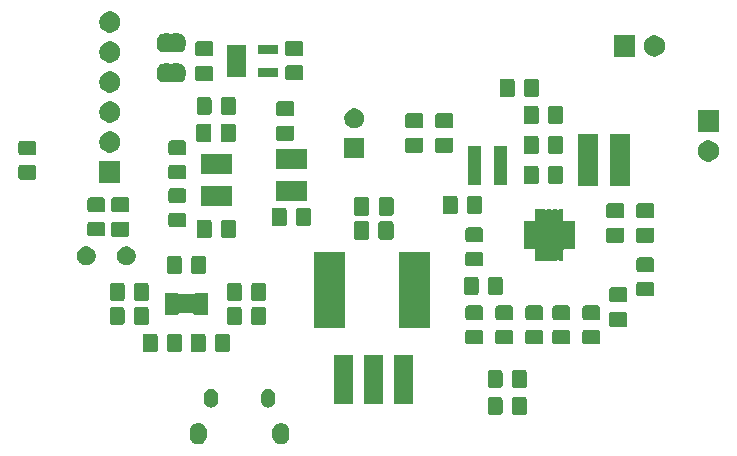
<source format=gbs>
G04 #@! TF.GenerationSoftware,KiCad,Pcbnew,(5.1.6)-1*
G04 #@! TF.CreationDate,2020-12-08T10:00:42+01:00*
G04 #@! TF.ProjectId,Power_module_v1,506f7765-725f-46d6-9f64-756c655f7631,rev?*
G04 #@! TF.SameCoordinates,Original*
G04 #@! TF.FileFunction,Soldermask,Bot*
G04 #@! TF.FilePolarity,Negative*
%FSLAX46Y46*%
G04 Gerber Fmt 4.6, Leading zero omitted, Abs format (unit mm)*
G04 Created by KiCad (PCBNEW (5.1.6)-1) date 2020-12-08 10:00:42*
%MOMM*%
%LPD*%
G01*
G04 APERTURE LIST*
%ADD10C,0.150000*%
G04 APERTURE END LIST*
D10*
G36*
X107831220Y-105586245D02*
G01*
X107968071Y-105627759D01*
X107968074Y-105627760D01*
X108094193Y-105695172D01*
X108204743Y-105785898D01*
X108295468Y-105896446D01*
X108362880Y-106022565D01*
X108362880Y-106022566D01*
X108362881Y-106022568D01*
X108404395Y-106159419D01*
X108414900Y-106266081D01*
X108414900Y-106687398D01*
X108404395Y-106794060D01*
X108373683Y-106895304D01*
X108362880Y-106930916D01*
X108295468Y-107057034D01*
X108204743Y-107167583D01*
X108094194Y-107258308D01*
X107968075Y-107325720D01*
X107968072Y-107325721D01*
X107831221Y-107367235D01*
X107688900Y-107381252D01*
X107546580Y-107367235D01*
X107409729Y-107325721D01*
X107409726Y-107325720D01*
X107283607Y-107258308D01*
X107173058Y-107167583D01*
X107082332Y-107057034D01*
X107014920Y-106930915D01*
X107014919Y-106930912D01*
X106973405Y-106794061D01*
X106962900Y-106687399D01*
X106962900Y-106266082D01*
X106973405Y-106159420D01*
X107014919Y-106022569D01*
X107014920Y-106022566D01*
X107082332Y-105896447D01*
X107173058Y-105785897D01*
X107283606Y-105695172D01*
X107409725Y-105627760D01*
X107409728Y-105627759D01*
X107546579Y-105586245D01*
X107688900Y-105572228D01*
X107831220Y-105586245D01*
G37*
G36*
X114831220Y-105586245D02*
G01*
X114968071Y-105627759D01*
X114968074Y-105627760D01*
X115094193Y-105695172D01*
X115204743Y-105785898D01*
X115295468Y-105896446D01*
X115362880Y-106022565D01*
X115362880Y-106022566D01*
X115362881Y-106022568D01*
X115404395Y-106159419D01*
X115414900Y-106266081D01*
X115414900Y-106687398D01*
X115404395Y-106794060D01*
X115373683Y-106895304D01*
X115362880Y-106930916D01*
X115295468Y-107057034D01*
X115204743Y-107167583D01*
X115094194Y-107258308D01*
X114968075Y-107325720D01*
X114968072Y-107325721D01*
X114831221Y-107367235D01*
X114688900Y-107381252D01*
X114546580Y-107367235D01*
X114409729Y-107325721D01*
X114409726Y-107325720D01*
X114283607Y-107258308D01*
X114173058Y-107167583D01*
X114082332Y-107057034D01*
X114014920Y-106930915D01*
X114014919Y-106930912D01*
X113973405Y-106794061D01*
X113962900Y-106687399D01*
X113962900Y-106266082D01*
X113973405Y-106159420D01*
X114014919Y-106022569D01*
X114014920Y-106022566D01*
X114082332Y-105896447D01*
X114173058Y-105785897D01*
X114283606Y-105695172D01*
X114409725Y-105627760D01*
X114409728Y-105627759D01*
X114546579Y-105586245D01*
X114688900Y-105572228D01*
X114831220Y-105586245D01*
G37*
G36*
X133287674Y-103393465D02*
G01*
X133325367Y-103404899D01*
X133360103Y-103423466D01*
X133390548Y-103448452D01*
X133415534Y-103478897D01*
X133434101Y-103513633D01*
X133445535Y-103551326D01*
X133450000Y-103596661D01*
X133450000Y-104683339D01*
X133445535Y-104728674D01*
X133434101Y-104766367D01*
X133415534Y-104801103D01*
X133390548Y-104831548D01*
X133360103Y-104856534D01*
X133325367Y-104875101D01*
X133287674Y-104886535D01*
X133242339Y-104891000D01*
X132405661Y-104891000D01*
X132360326Y-104886535D01*
X132322633Y-104875101D01*
X132287897Y-104856534D01*
X132257452Y-104831548D01*
X132232466Y-104801103D01*
X132213899Y-104766367D01*
X132202465Y-104728674D01*
X132198000Y-104683339D01*
X132198000Y-103596661D01*
X132202465Y-103551326D01*
X132213899Y-103513633D01*
X132232466Y-103478897D01*
X132257452Y-103448452D01*
X132287897Y-103423466D01*
X132322633Y-103404899D01*
X132360326Y-103393465D01*
X132405661Y-103389000D01*
X133242339Y-103389000D01*
X133287674Y-103393465D01*
G37*
G36*
X135337674Y-103393465D02*
G01*
X135375367Y-103404899D01*
X135410103Y-103423466D01*
X135440548Y-103448452D01*
X135465534Y-103478897D01*
X135484101Y-103513633D01*
X135495535Y-103551326D01*
X135500000Y-103596661D01*
X135500000Y-104683339D01*
X135495535Y-104728674D01*
X135484101Y-104766367D01*
X135465534Y-104801103D01*
X135440548Y-104831548D01*
X135410103Y-104856534D01*
X135375367Y-104875101D01*
X135337674Y-104886535D01*
X135292339Y-104891000D01*
X134455661Y-104891000D01*
X134410326Y-104886535D01*
X134372633Y-104875101D01*
X134337897Y-104856534D01*
X134307452Y-104831548D01*
X134282466Y-104801103D01*
X134263899Y-104766367D01*
X134252465Y-104728674D01*
X134248000Y-104683339D01*
X134248000Y-103596661D01*
X134252465Y-103551326D01*
X134263899Y-103513633D01*
X134282466Y-103478897D01*
X134307452Y-103448452D01*
X134337897Y-103423466D01*
X134372633Y-103404899D01*
X134410326Y-103393465D01*
X134455661Y-103389000D01*
X135292339Y-103389000D01*
X135337674Y-103393465D01*
G37*
G36*
X113726717Y-102684436D02*
G01*
X113840004Y-102718802D01*
X113944411Y-102774609D01*
X113944413Y-102774610D01*
X113944412Y-102774610D01*
X114035927Y-102849713D01*
X114099611Y-102927312D01*
X114111031Y-102941228D01*
X114166838Y-103045635D01*
X114201204Y-103158922D01*
X114209900Y-103247221D01*
X114209900Y-103706258D01*
X114201204Y-103794558D01*
X114166838Y-103907845D01*
X114111031Y-104012252D01*
X114035927Y-104103767D01*
X113944412Y-104178871D01*
X113840005Y-104234678D01*
X113726718Y-104269044D01*
X113608900Y-104280647D01*
X113491083Y-104269044D01*
X113377796Y-104234678D01*
X113273389Y-104178871D01*
X113181874Y-104103767D01*
X113106769Y-104012252D01*
X113050962Y-103907845D01*
X113016596Y-103794558D01*
X113007900Y-103706259D01*
X113007900Y-103247222D01*
X113016596Y-103158923D01*
X113050962Y-103045636D01*
X113106769Y-102941229D01*
X113120238Y-102924817D01*
X113181873Y-102849713D01*
X113273387Y-102774610D01*
X113273386Y-102774610D01*
X113273388Y-102774609D01*
X113377795Y-102718802D01*
X113491082Y-102684436D01*
X113608900Y-102672833D01*
X113726717Y-102684436D01*
G37*
G36*
X108886717Y-102684436D02*
G01*
X109000004Y-102718802D01*
X109104411Y-102774609D01*
X109104413Y-102774610D01*
X109104412Y-102774610D01*
X109195927Y-102849713D01*
X109259611Y-102927312D01*
X109271031Y-102941228D01*
X109326838Y-103045635D01*
X109361204Y-103158922D01*
X109369900Y-103247221D01*
X109369900Y-103706258D01*
X109361204Y-103794558D01*
X109326838Y-103907845D01*
X109271031Y-104012252D01*
X109195927Y-104103767D01*
X109104412Y-104178871D01*
X109000005Y-104234678D01*
X108886718Y-104269044D01*
X108768900Y-104280647D01*
X108651083Y-104269044D01*
X108537796Y-104234678D01*
X108433389Y-104178871D01*
X108341874Y-104103767D01*
X108266769Y-104012252D01*
X108210962Y-103907845D01*
X108176596Y-103794558D01*
X108167900Y-103706259D01*
X108167900Y-103247222D01*
X108176596Y-103158923D01*
X108210962Y-103045636D01*
X108266769Y-102941229D01*
X108280238Y-102924817D01*
X108341873Y-102849713D01*
X108433387Y-102774610D01*
X108433386Y-102774610D01*
X108433388Y-102774609D01*
X108537795Y-102718802D01*
X108651082Y-102684436D01*
X108768900Y-102672833D01*
X108886717Y-102684436D01*
G37*
G36*
X123322280Y-103963420D02*
G01*
X121696280Y-103963420D01*
X121696280Y-99861420D01*
X123322280Y-99861420D01*
X123322280Y-103963420D01*
G37*
G36*
X125862280Y-103963420D02*
G01*
X124236280Y-103963420D01*
X124236280Y-99861420D01*
X125862280Y-99861420D01*
X125862280Y-103963420D01*
G37*
G36*
X120782280Y-103963420D02*
G01*
X119156280Y-103963420D01*
X119156280Y-99861420D01*
X120782280Y-99861420D01*
X120782280Y-103963420D01*
G37*
G36*
X133287674Y-101107465D02*
G01*
X133325367Y-101118899D01*
X133360103Y-101137466D01*
X133390548Y-101162452D01*
X133415534Y-101192897D01*
X133434101Y-101227633D01*
X133445535Y-101265326D01*
X133450000Y-101310661D01*
X133450000Y-102397339D01*
X133445535Y-102442674D01*
X133434101Y-102480367D01*
X133415534Y-102515103D01*
X133390548Y-102545548D01*
X133360103Y-102570534D01*
X133325367Y-102589101D01*
X133287674Y-102600535D01*
X133242339Y-102605000D01*
X132405661Y-102605000D01*
X132360326Y-102600535D01*
X132322633Y-102589101D01*
X132287897Y-102570534D01*
X132257452Y-102545548D01*
X132232466Y-102515103D01*
X132213899Y-102480367D01*
X132202465Y-102442674D01*
X132198000Y-102397339D01*
X132198000Y-101310661D01*
X132202465Y-101265326D01*
X132213899Y-101227633D01*
X132232466Y-101192897D01*
X132257452Y-101162452D01*
X132287897Y-101137466D01*
X132322633Y-101118899D01*
X132360326Y-101107465D01*
X132405661Y-101103000D01*
X133242339Y-101103000D01*
X133287674Y-101107465D01*
G37*
G36*
X135337674Y-101107465D02*
G01*
X135375367Y-101118899D01*
X135410103Y-101137466D01*
X135440548Y-101162452D01*
X135465534Y-101192897D01*
X135484101Y-101227633D01*
X135495535Y-101265326D01*
X135500000Y-101310661D01*
X135500000Y-102397339D01*
X135495535Y-102442674D01*
X135484101Y-102480367D01*
X135465534Y-102515103D01*
X135440548Y-102545548D01*
X135410103Y-102570534D01*
X135375367Y-102589101D01*
X135337674Y-102600535D01*
X135292339Y-102605000D01*
X134455661Y-102605000D01*
X134410326Y-102600535D01*
X134372633Y-102589101D01*
X134337897Y-102570534D01*
X134307452Y-102545548D01*
X134282466Y-102515103D01*
X134263899Y-102480367D01*
X134252465Y-102442674D01*
X134248000Y-102397339D01*
X134248000Y-101310661D01*
X134252465Y-101265326D01*
X134263899Y-101227633D01*
X134282466Y-101192897D01*
X134307452Y-101162452D01*
X134337897Y-101137466D01*
X134372633Y-101118899D01*
X134410326Y-101107465D01*
X134455661Y-101103000D01*
X135292339Y-101103000D01*
X135337674Y-101107465D01*
G37*
G36*
X104087983Y-98034434D02*
G01*
X104125372Y-98045776D01*
X104159826Y-98064191D01*
X104190025Y-98088975D01*
X104214809Y-98119174D01*
X104233224Y-98153628D01*
X104244566Y-98191017D01*
X104249000Y-98236035D01*
X104249000Y-99375965D01*
X104244566Y-99420983D01*
X104233224Y-99458372D01*
X104214809Y-99492826D01*
X104190025Y-99523025D01*
X104159826Y-99547809D01*
X104125372Y-99566224D01*
X104087983Y-99577566D01*
X104042965Y-99582000D01*
X103178035Y-99582000D01*
X103133017Y-99577566D01*
X103095628Y-99566224D01*
X103061174Y-99547809D01*
X103030975Y-99523025D01*
X103006191Y-99492826D01*
X102987776Y-99458372D01*
X102976434Y-99420983D01*
X102972000Y-99375965D01*
X102972000Y-98236035D01*
X102976434Y-98191017D01*
X102987776Y-98153628D01*
X103006191Y-98119174D01*
X103030975Y-98088975D01*
X103061174Y-98064191D01*
X103095628Y-98045776D01*
X103133017Y-98034434D01*
X103178035Y-98030000D01*
X104042965Y-98030000D01*
X104087983Y-98034434D01*
G37*
G36*
X110226983Y-98034434D02*
G01*
X110264372Y-98045776D01*
X110298826Y-98064191D01*
X110329025Y-98088975D01*
X110353809Y-98119174D01*
X110372224Y-98153628D01*
X110383566Y-98191017D01*
X110388000Y-98236035D01*
X110388000Y-99375965D01*
X110383566Y-99420983D01*
X110372224Y-99458372D01*
X110353809Y-99492826D01*
X110329025Y-99523025D01*
X110298826Y-99547809D01*
X110264372Y-99566224D01*
X110226983Y-99577566D01*
X110181965Y-99582000D01*
X109317035Y-99582000D01*
X109272017Y-99577566D01*
X109234628Y-99566224D01*
X109200174Y-99547809D01*
X109169975Y-99523025D01*
X109145191Y-99492826D01*
X109126776Y-99458372D01*
X109115434Y-99420983D01*
X109111000Y-99375965D01*
X109111000Y-98236035D01*
X109115434Y-98191017D01*
X109126776Y-98153628D01*
X109145191Y-98119174D01*
X109169975Y-98088975D01*
X109200174Y-98064191D01*
X109234628Y-98045776D01*
X109272017Y-98034434D01*
X109317035Y-98030000D01*
X110181965Y-98030000D01*
X110226983Y-98034434D01*
G37*
G36*
X108151983Y-98034434D02*
G01*
X108189372Y-98045776D01*
X108223826Y-98064191D01*
X108254025Y-98088975D01*
X108278809Y-98119174D01*
X108297224Y-98153628D01*
X108308566Y-98191017D01*
X108313000Y-98236035D01*
X108313000Y-99375965D01*
X108308566Y-99420983D01*
X108297224Y-99458372D01*
X108278809Y-99492826D01*
X108254025Y-99523025D01*
X108223826Y-99547809D01*
X108189372Y-99566224D01*
X108151983Y-99577566D01*
X108106965Y-99582000D01*
X107242035Y-99582000D01*
X107197017Y-99577566D01*
X107159628Y-99566224D01*
X107125174Y-99547809D01*
X107094975Y-99523025D01*
X107070191Y-99492826D01*
X107051776Y-99458372D01*
X107040434Y-99420983D01*
X107036000Y-99375965D01*
X107036000Y-98236035D01*
X107040434Y-98191017D01*
X107051776Y-98153628D01*
X107070191Y-98119174D01*
X107094975Y-98088975D01*
X107125174Y-98064191D01*
X107159628Y-98045776D01*
X107197017Y-98034434D01*
X107242035Y-98030000D01*
X108106965Y-98030000D01*
X108151983Y-98034434D01*
G37*
G36*
X106162983Y-98034434D02*
G01*
X106200372Y-98045776D01*
X106234826Y-98064191D01*
X106265025Y-98088975D01*
X106289809Y-98119174D01*
X106308224Y-98153628D01*
X106319566Y-98191017D01*
X106324000Y-98236035D01*
X106324000Y-99375965D01*
X106319566Y-99420983D01*
X106308224Y-99458372D01*
X106289809Y-99492826D01*
X106265025Y-99523025D01*
X106234826Y-99547809D01*
X106200372Y-99566224D01*
X106162983Y-99577566D01*
X106117965Y-99582000D01*
X105253035Y-99582000D01*
X105208017Y-99577566D01*
X105170628Y-99566224D01*
X105136174Y-99547809D01*
X105105975Y-99523025D01*
X105081191Y-99492826D01*
X105062776Y-99458372D01*
X105051434Y-99420983D01*
X105047000Y-99375965D01*
X105047000Y-98236035D01*
X105051434Y-98191017D01*
X105062776Y-98153628D01*
X105081191Y-98119174D01*
X105105975Y-98088975D01*
X105136174Y-98064191D01*
X105170628Y-98045776D01*
X105208017Y-98034434D01*
X105253035Y-98030000D01*
X106117965Y-98030000D01*
X106162983Y-98034434D01*
G37*
G36*
X139018674Y-97685465D02*
G01*
X139056367Y-97696899D01*
X139091103Y-97715466D01*
X139121548Y-97740452D01*
X139146534Y-97770897D01*
X139165101Y-97805633D01*
X139176535Y-97843326D01*
X139181000Y-97888661D01*
X139181000Y-98725339D01*
X139176535Y-98770674D01*
X139165101Y-98808367D01*
X139146534Y-98843103D01*
X139121548Y-98873548D01*
X139091103Y-98898534D01*
X139056367Y-98917101D01*
X139018674Y-98928535D01*
X138973339Y-98933000D01*
X137886661Y-98933000D01*
X137841326Y-98928535D01*
X137803633Y-98917101D01*
X137768897Y-98898534D01*
X137738452Y-98873548D01*
X137713466Y-98843103D01*
X137694899Y-98808367D01*
X137683465Y-98770674D01*
X137679000Y-98725339D01*
X137679000Y-97888661D01*
X137683465Y-97843326D01*
X137694899Y-97805633D01*
X137713466Y-97770897D01*
X137738452Y-97740452D01*
X137768897Y-97715466D01*
X137803633Y-97696899D01*
X137841326Y-97685465D01*
X137886661Y-97681000D01*
X138973339Y-97681000D01*
X139018674Y-97685465D01*
G37*
G36*
X134192674Y-97685465D02*
G01*
X134230367Y-97696899D01*
X134265103Y-97715466D01*
X134295548Y-97740452D01*
X134320534Y-97770897D01*
X134339101Y-97805633D01*
X134350535Y-97843326D01*
X134355000Y-97888661D01*
X134355000Y-98725339D01*
X134350535Y-98770674D01*
X134339101Y-98808367D01*
X134320534Y-98843103D01*
X134295548Y-98873548D01*
X134265103Y-98898534D01*
X134230367Y-98917101D01*
X134192674Y-98928535D01*
X134147339Y-98933000D01*
X133060661Y-98933000D01*
X133015326Y-98928535D01*
X132977633Y-98917101D01*
X132942897Y-98898534D01*
X132912452Y-98873548D01*
X132887466Y-98843103D01*
X132868899Y-98808367D01*
X132857465Y-98770674D01*
X132853000Y-98725339D01*
X132853000Y-97888661D01*
X132857465Y-97843326D01*
X132868899Y-97805633D01*
X132887466Y-97770897D01*
X132912452Y-97740452D01*
X132942897Y-97715466D01*
X132977633Y-97696899D01*
X133015326Y-97685465D01*
X133060661Y-97681000D01*
X134147339Y-97681000D01*
X134192674Y-97685465D01*
G37*
G36*
X131652674Y-97685465D02*
G01*
X131690367Y-97696899D01*
X131725103Y-97715466D01*
X131755548Y-97740452D01*
X131780534Y-97770897D01*
X131799101Y-97805633D01*
X131810535Y-97843326D01*
X131815000Y-97888661D01*
X131815000Y-98725339D01*
X131810535Y-98770674D01*
X131799101Y-98808367D01*
X131780534Y-98843103D01*
X131755548Y-98873548D01*
X131725103Y-98898534D01*
X131690367Y-98917101D01*
X131652674Y-98928535D01*
X131607339Y-98933000D01*
X130520661Y-98933000D01*
X130475326Y-98928535D01*
X130437633Y-98917101D01*
X130402897Y-98898534D01*
X130372452Y-98873548D01*
X130347466Y-98843103D01*
X130328899Y-98808367D01*
X130317465Y-98770674D01*
X130313000Y-98725339D01*
X130313000Y-97888661D01*
X130317465Y-97843326D01*
X130328899Y-97805633D01*
X130347466Y-97770897D01*
X130372452Y-97740452D01*
X130402897Y-97715466D01*
X130437633Y-97696899D01*
X130475326Y-97685465D01*
X130520661Y-97681000D01*
X131607339Y-97681000D01*
X131652674Y-97685465D01*
G37*
G36*
X141558674Y-97685465D02*
G01*
X141596367Y-97696899D01*
X141631103Y-97715466D01*
X141661548Y-97740452D01*
X141686534Y-97770897D01*
X141705101Y-97805633D01*
X141716535Y-97843326D01*
X141721000Y-97888661D01*
X141721000Y-98725339D01*
X141716535Y-98770674D01*
X141705101Y-98808367D01*
X141686534Y-98843103D01*
X141661548Y-98873548D01*
X141631103Y-98898534D01*
X141596367Y-98917101D01*
X141558674Y-98928535D01*
X141513339Y-98933000D01*
X140426661Y-98933000D01*
X140381326Y-98928535D01*
X140343633Y-98917101D01*
X140308897Y-98898534D01*
X140278452Y-98873548D01*
X140253466Y-98843103D01*
X140234899Y-98808367D01*
X140223465Y-98770674D01*
X140219000Y-98725339D01*
X140219000Y-97888661D01*
X140223465Y-97843326D01*
X140234899Y-97805633D01*
X140253466Y-97770897D01*
X140278452Y-97740452D01*
X140308897Y-97715466D01*
X140343633Y-97696899D01*
X140381326Y-97685465D01*
X140426661Y-97681000D01*
X141513339Y-97681000D01*
X141558674Y-97685465D01*
G37*
G36*
X136732674Y-97685465D02*
G01*
X136770367Y-97696899D01*
X136805103Y-97715466D01*
X136835548Y-97740452D01*
X136860534Y-97770897D01*
X136879101Y-97805633D01*
X136890535Y-97843326D01*
X136895000Y-97888661D01*
X136895000Y-98725339D01*
X136890535Y-98770674D01*
X136879101Y-98808367D01*
X136860534Y-98843103D01*
X136835548Y-98873548D01*
X136805103Y-98898534D01*
X136770367Y-98917101D01*
X136732674Y-98928535D01*
X136687339Y-98933000D01*
X135600661Y-98933000D01*
X135555326Y-98928535D01*
X135517633Y-98917101D01*
X135482897Y-98898534D01*
X135452452Y-98873548D01*
X135427466Y-98843103D01*
X135408899Y-98808367D01*
X135397465Y-98770674D01*
X135393000Y-98725339D01*
X135393000Y-97888661D01*
X135397465Y-97843326D01*
X135408899Y-97805633D01*
X135427466Y-97770897D01*
X135452452Y-97740452D01*
X135482897Y-97715466D01*
X135517633Y-97696899D01*
X135555326Y-97685465D01*
X135600661Y-97681000D01*
X136687339Y-97681000D01*
X136732674Y-97685465D01*
G37*
G36*
X127285000Y-97506000D02*
G01*
X124683000Y-97506000D01*
X124683000Y-91104000D01*
X127285000Y-91104000D01*
X127285000Y-97506000D01*
G37*
G36*
X120085000Y-97506000D02*
G01*
X117483000Y-97506000D01*
X117483000Y-91104000D01*
X120085000Y-91104000D01*
X120085000Y-97506000D01*
G37*
G36*
X143870983Y-96182934D02*
G01*
X143908372Y-96194276D01*
X143942826Y-96212691D01*
X143973025Y-96237475D01*
X143997809Y-96267674D01*
X144016224Y-96302128D01*
X144027566Y-96339517D01*
X144032000Y-96384535D01*
X144032000Y-97249465D01*
X144027566Y-97294483D01*
X144016224Y-97331872D01*
X143997809Y-97366326D01*
X143973025Y-97396525D01*
X143942826Y-97421309D01*
X143908372Y-97439724D01*
X143870983Y-97451066D01*
X143825965Y-97455500D01*
X142686035Y-97455500D01*
X142641017Y-97451066D01*
X142603628Y-97439724D01*
X142569174Y-97421309D01*
X142538975Y-97396525D01*
X142514191Y-97366326D01*
X142495776Y-97331872D01*
X142484434Y-97294483D01*
X142480000Y-97249465D01*
X142480000Y-96384535D01*
X142484434Y-96339517D01*
X142495776Y-96302128D01*
X142514191Y-96267674D01*
X142538975Y-96237475D01*
X142569174Y-96212691D01*
X142603628Y-96194276D01*
X142641017Y-96182934D01*
X142686035Y-96178500D01*
X143825965Y-96178500D01*
X143870983Y-96182934D01*
G37*
G36*
X103333674Y-95773465D02*
G01*
X103371367Y-95784899D01*
X103406103Y-95803466D01*
X103436548Y-95828452D01*
X103461534Y-95858897D01*
X103480101Y-95893633D01*
X103491535Y-95931326D01*
X103496000Y-95976661D01*
X103496000Y-97063339D01*
X103491535Y-97108674D01*
X103480101Y-97146367D01*
X103461534Y-97181103D01*
X103436548Y-97211548D01*
X103406103Y-97236534D01*
X103371367Y-97255101D01*
X103333674Y-97266535D01*
X103288339Y-97271000D01*
X102451661Y-97271000D01*
X102406326Y-97266535D01*
X102368633Y-97255101D01*
X102333897Y-97236534D01*
X102303452Y-97211548D01*
X102278466Y-97181103D01*
X102259899Y-97146367D01*
X102248465Y-97108674D01*
X102244000Y-97063339D01*
X102244000Y-95976661D01*
X102248465Y-95931326D01*
X102259899Y-95893633D01*
X102278466Y-95858897D01*
X102303452Y-95828452D01*
X102333897Y-95803466D01*
X102368633Y-95784899D01*
X102406326Y-95773465D01*
X102451661Y-95769000D01*
X103288339Y-95769000D01*
X103333674Y-95773465D01*
G37*
G36*
X111207674Y-95773465D02*
G01*
X111245367Y-95784899D01*
X111280103Y-95803466D01*
X111310548Y-95828452D01*
X111335534Y-95858897D01*
X111354101Y-95893633D01*
X111365535Y-95931326D01*
X111370000Y-95976661D01*
X111370000Y-97063339D01*
X111365535Y-97108674D01*
X111354101Y-97146367D01*
X111335534Y-97181103D01*
X111310548Y-97211548D01*
X111280103Y-97236534D01*
X111245367Y-97255101D01*
X111207674Y-97266535D01*
X111162339Y-97271000D01*
X110325661Y-97271000D01*
X110280326Y-97266535D01*
X110242633Y-97255101D01*
X110207897Y-97236534D01*
X110177452Y-97211548D01*
X110152466Y-97181103D01*
X110133899Y-97146367D01*
X110122465Y-97108674D01*
X110118000Y-97063339D01*
X110118000Y-95976661D01*
X110122465Y-95931326D01*
X110133899Y-95893633D01*
X110152466Y-95858897D01*
X110177452Y-95828452D01*
X110207897Y-95803466D01*
X110242633Y-95784899D01*
X110280326Y-95773465D01*
X110325661Y-95769000D01*
X111162339Y-95769000D01*
X111207674Y-95773465D01*
G37*
G36*
X113257674Y-95773465D02*
G01*
X113295367Y-95784899D01*
X113330103Y-95803466D01*
X113360548Y-95828452D01*
X113385534Y-95858897D01*
X113404101Y-95893633D01*
X113415535Y-95931326D01*
X113420000Y-95976661D01*
X113420000Y-97063339D01*
X113415535Y-97108674D01*
X113404101Y-97146367D01*
X113385534Y-97181103D01*
X113360548Y-97211548D01*
X113330103Y-97236534D01*
X113295367Y-97255101D01*
X113257674Y-97266535D01*
X113212339Y-97271000D01*
X112375661Y-97271000D01*
X112330326Y-97266535D01*
X112292633Y-97255101D01*
X112257897Y-97236534D01*
X112227452Y-97211548D01*
X112202466Y-97181103D01*
X112183899Y-97146367D01*
X112172465Y-97108674D01*
X112168000Y-97063339D01*
X112168000Y-95976661D01*
X112172465Y-95931326D01*
X112183899Y-95893633D01*
X112202466Y-95858897D01*
X112227452Y-95828452D01*
X112257897Y-95803466D01*
X112292633Y-95784899D01*
X112330326Y-95773465D01*
X112375661Y-95769000D01*
X113212339Y-95769000D01*
X113257674Y-95773465D01*
G37*
G36*
X101283674Y-95773465D02*
G01*
X101321367Y-95784899D01*
X101356103Y-95803466D01*
X101386548Y-95828452D01*
X101411534Y-95858897D01*
X101430101Y-95893633D01*
X101441535Y-95931326D01*
X101446000Y-95976661D01*
X101446000Y-97063339D01*
X101441535Y-97108674D01*
X101430101Y-97146367D01*
X101411534Y-97181103D01*
X101386548Y-97211548D01*
X101356103Y-97236534D01*
X101321367Y-97255101D01*
X101283674Y-97266535D01*
X101238339Y-97271000D01*
X100401661Y-97271000D01*
X100356326Y-97266535D01*
X100318633Y-97255101D01*
X100283897Y-97236534D01*
X100253452Y-97211548D01*
X100228466Y-97181103D01*
X100209899Y-97146367D01*
X100198465Y-97108674D01*
X100194000Y-97063339D01*
X100194000Y-95976661D01*
X100198465Y-95931326D01*
X100209899Y-95893633D01*
X100228466Y-95858897D01*
X100253452Y-95828452D01*
X100283897Y-95803466D01*
X100318633Y-95784899D01*
X100356326Y-95773465D01*
X100401661Y-95769000D01*
X101238339Y-95769000D01*
X101283674Y-95773465D01*
G37*
G36*
X134192674Y-95635465D02*
G01*
X134230367Y-95646899D01*
X134265103Y-95665466D01*
X134295548Y-95690452D01*
X134320534Y-95720897D01*
X134339101Y-95755633D01*
X134350535Y-95793326D01*
X134355000Y-95838661D01*
X134355000Y-96675339D01*
X134350535Y-96720674D01*
X134339101Y-96758367D01*
X134320534Y-96793103D01*
X134295548Y-96823548D01*
X134265103Y-96848534D01*
X134230367Y-96867101D01*
X134192674Y-96878535D01*
X134147339Y-96883000D01*
X133060661Y-96883000D01*
X133015326Y-96878535D01*
X132977633Y-96867101D01*
X132942897Y-96848534D01*
X132912452Y-96823548D01*
X132887466Y-96793103D01*
X132868899Y-96758367D01*
X132857465Y-96720674D01*
X132853000Y-96675339D01*
X132853000Y-95838661D01*
X132857465Y-95793326D01*
X132868899Y-95755633D01*
X132887466Y-95720897D01*
X132912452Y-95690452D01*
X132942897Y-95665466D01*
X132977633Y-95646899D01*
X133015326Y-95635465D01*
X133060661Y-95631000D01*
X134147339Y-95631000D01*
X134192674Y-95635465D01*
G37*
G36*
X141558674Y-95635465D02*
G01*
X141596367Y-95646899D01*
X141631103Y-95665466D01*
X141661548Y-95690452D01*
X141686534Y-95720897D01*
X141705101Y-95755633D01*
X141716535Y-95793326D01*
X141721000Y-95838661D01*
X141721000Y-96675339D01*
X141716535Y-96720674D01*
X141705101Y-96758367D01*
X141686534Y-96793103D01*
X141661548Y-96823548D01*
X141631103Y-96848534D01*
X141596367Y-96867101D01*
X141558674Y-96878535D01*
X141513339Y-96883000D01*
X140426661Y-96883000D01*
X140381326Y-96878535D01*
X140343633Y-96867101D01*
X140308897Y-96848534D01*
X140278452Y-96823548D01*
X140253466Y-96793103D01*
X140234899Y-96758367D01*
X140223465Y-96720674D01*
X140219000Y-96675339D01*
X140219000Y-95838661D01*
X140223465Y-95793326D01*
X140234899Y-95755633D01*
X140253466Y-95720897D01*
X140278452Y-95690452D01*
X140308897Y-95665466D01*
X140343633Y-95646899D01*
X140381326Y-95635465D01*
X140426661Y-95631000D01*
X141513339Y-95631000D01*
X141558674Y-95635465D01*
G37*
G36*
X139018674Y-95635465D02*
G01*
X139056367Y-95646899D01*
X139091103Y-95665466D01*
X139121548Y-95690452D01*
X139146534Y-95720897D01*
X139165101Y-95755633D01*
X139176535Y-95793326D01*
X139181000Y-95838661D01*
X139181000Y-96675339D01*
X139176535Y-96720674D01*
X139165101Y-96758367D01*
X139146534Y-96793103D01*
X139121548Y-96823548D01*
X139091103Y-96848534D01*
X139056367Y-96867101D01*
X139018674Y-96878535D01*
X138973339Y-96883000D01*
X137886661Y-96883000D01*
X137841326Y-96878535D01*
X137803633Y-96867101D01*
X137768897Y-96848534D01*
X137738452Y-96823548D01*
X137713466Y-96793103D01*
X137694899Y-96758367D01*
X137683465Y-96720674D01*
X137679000Y-96675339D01*
X137679000Y-95838661D01*
X137683465Y-95793326D01*
X137694899Y-95755633D01*
X137713466Y-95720897D01*
X137738452Y-95690452D01*
X137768897Y-95665466D01*
X137803633Y-95646899D01*
X137841326Y-95635465D01*
X137886661Y-95631000D01*
X138973339Y-95631000D01*
X139018674Y-95635465D01*
G37*
G36*
X131652674Y-95635465D02*
G01*
X131690367Y-95646899D01*
X131725103Y-95665466D01*
X131755548Y-95690452D01*
X131780534Y-95720897D01*
X131799101Y-95755633D01*
X131810535Y-95793326D01*
X131815000Y-95838661D01*
X131815000Y-96675339D01*
X131810535Y-96720674D01*
X131799101Y-96758367D01*
X131780534Y-96793103D01*
X131755548Y-96823548D01*
X131725103Y-96848534D01*
X131690367Y-96867101D01*
X131652674Y-96878535D01*
X131607339Y-96883000D01*
X130520661Y-96883000D01*
X130475326Y-96878535D01*
X130437633Y-96867101D01*
X130402897Y-96848534D01*
X130372452Y-96823548D01*
X130347466Y-96793103D01*
X130328899Y-96758367D01*
X130317465Y-96720674D01*
X130313000Y-96675339D01*
X130313000Y-95838661D01*
X130317465Y-95793326D01*
X130328899Y-95755633D01*
X130347466Y-95720897D01*
X130372452Y-95690452D01*
X130402897Y-95665466D01*
X130437633Y-95646899D01*
X130475326Y-95635465D01*
X130520661Y-95631000D01*
X131607339Y-95631000D01*
X131652674Y-95635465D01*
G37*
G36*
X136732674Y-95635465D02*
G01*
X136770367Y-95646899D01*
X136805103Y-95665466D01*
X136835548Y-95690452D01*
X136860534Y-95720897D01*
X136879101Y-95755633D01*
X136890535Y-95793326D01*
X136895000Y-95838661D01*
X136895000Y-96675339D01*
X136890535Y-96720674D01*
X136879101Y-96758367D01*
X136860534Y-96793103D01*
X136835548Y-96823548D01*
X136805103Y-96848534D01*
X136770367Y-96867101D01*
X136732674Y-96878535D01*
X136687339Y-96883000D01*
X135600661Y-96883000D01*
X135555326Y-96878535D01*
X135517633Y-96867101D01*
X135482897Y-96848534D01*
X135452452Y-96823548D01*
X135427466Y-96793103D01*
X135408899Y-96758367D01*
X135397465Y-96720674D01*
X135393000Y-96675339D01*
X135393000Y-95838661D01*
X135397465Y-95793326D01*
X135408899Y-95755633D01*
X135427466Y-95720897D01*
X135452452Y-95690452D01*
X135482897Y-95665466D01*
X135517633Y-95646899D01*
X135555326Y-95635465D01*
X135600661Y-95631000D01*
X136687339Y-95631000D01*
X136732674Y-95635465D01*
G37*
G36*
X105981000Y-94578001D02*
G01*
X105983402Y-94602387D01*
X105990515Y-94625836D01*
X106002066Y-94647447D01*
X106017611Y-94666389D01*
X106036553Y-94681934D01*
X106058164Y-94693485D01*
X106081613Y-94700598D01*
X106105999Y-94703000D01*
X107254001Y-94703000D01*
X107278387Y-94700598D01*
X107301836Y-94693485D01*
X107323447Y-94681934D01*
X107342389Y-94666389D01*
X107357934Y-94647447D01*
X107369485Y-94625836D01*
X107376598Y-94602387D01*
X107379000Y-94578001D01*
X107379000Y-94553000D01*
X108481000Y-94553000D01*
X108481000Y-96455000D01*
X107379000Y-96455000D01*
X107379000Y-96429999D01*
X107376598Y-96405613D01*
X107369485Y-96382164D01*
X107357934Y-96360553D01*
X107342389Y-96341611D01*
X107323447Y-96326066D01*
X107301836Y-96314515D01*
X107278387Y-96307402D01*
X107254001Y-96305000D01*
X106105999Y-96305000D01*
X106081613Y-96307402D01*
X106058164Y-96314515D01*
X106036553Y-96326066D01*
X106017611Y-96341611D01*
X106002066Y-96360553D01*
X105990515Y-96382164D01*
X105983402Y-96405613D01*
X105981000Y-96429999D01*
X105981000Y-96455000D01*
X104879000Y-96455000D01*
X104879000Y-94553000D01*
X105981000Y-94553000D01*
X105981000Y-94578001D01*
G37*
G36*
X143870983Y-94107934D02*
G01*
X143908372Y-94119276D01*
X143942826Y-94137691D01*
X143973025Y-94162475D01*
X143997809Y-94192674D01*
X144016224Y-94227128D01*
X144027566Y-94264517D01*
X144032000Y-94309535D01*
X144032000Y-95174465D01*
X144027566Y-95219483D01*
X144016224Y-95256872D01*
X143997809Y-95291326D01*
X143973025Y-95321525D01*
X143942826Y-95346309D01*
X143908372Y-95364724D01*
X143870983Y-95376066D01*
X143825965Y-95380500D01*
X142686035Y-95380500D01*
X142641017Y-95376066D01*
X142603628Y-95364724D01*
X142569174Y-95346309D01*
X142538975Y-95321525D01*
X142514191Y-95291326D01*
X142495776Y-95256872D01*
X142484434Y-95219483D01*
X142480000Y-95174465D01*
X142480000Y-94309535D01*
X142484434Y-94264517D01*
X142495776Y-94227128D01*
X142514191Y-94192674D01*
X142538975Y-94162475D01*
X142569174Y-94137691D01*
X142603628Y-94119276D01*
X142641017Y-94107934D01*
X142686035Y-94103500D01*
X143825965Y-94103500D01*
X143870983Y-94107934D01*
G37*
G36*
X113257674Y-93741465D02*
G01*
X113295367Y-93752899D01*
X113330103Y-93771466D01*
X113360548Y-93796452D01*
X113385534Y-93826897D01*
X113404101Y-93861633D01*
X113415535Y-93899326D01*
X113420000Y-93944661D01*
X113420000Y-95031339D01*
X113415535Y-95076674D01*
X113404101Y-95114367D01*
X113385534Y-95149103D01*
X113360548Y-95179548D01*
X113330103Y-95204534D01*
X113295367Y-95223101D01*
X113257674Y-95234535D01*
X113212339Y-95239000D01*
X112375661Y-95239000D01*
X112330326Y-95234535D01*
X112292633Y-95223101D01*
X112257897Y-95204534D01*
X112227452Y-95179548D01*
X112202466Y-95149103D01*
X112183899Y-95114367D01*
X112172465Y-95076674D01*
X112168000Y-95031339D01*
X112168000Y-93944661D01*
X112172465Y-93899326D01*
X112183899Y-93861633D01*
X112202466Y-93826897D01*
X112227452Y-93796452D01*
X112257897Y-93771466D01*
X112292633Y-93752899D01*
X112330326Y-93741465D01*
X112375661Y-93737000D01*
X113212339Y-93737000D01*
X113257674Y-93741465D01*
G37*
G36*
X111207674Y-93741465D02*
G01*
X111245367Y-93752899D01*
X111280103Y-93771466D01*
X111310548Y-93796452D01*
X111335534Y-93826897D01*
X111354101Y-93861633D01*
X111365535Y-93899326D01*
X111370000Y-93944661D01*
X111370000Y-95031339D01*
X111365535Y-95076674D01*
X111354101Y-95114367D01*
X111335534Y-95149103D01*
X111310548Y-95179548D01*
X111280103Y-95204534D01*
X111245367Y-95223101D01*
X111207674Y-95234535D01*
X111162339Y-95239000D01*
X110325661Y-95239000D01*
X110280326Y-95234535D01*
X110242633Y-95223101D01*
X110207897Y-95204534D01*
X110177452Y-95179548D01*
X110152466Y-95149103D01*
X110133899Y-95114367D01*
X110122465Y-95076674D01*
X110118000Y-95031339D01*
X110118000Y-93944661D01*
X110122465Y-93899326D01*
X110133899Y-93861633D01*
X110152466Y-93826897D01*
X110177452Y-93796452D01*
X110207897Y-93771466D01*
X110242633Y-93752899D01*
X110280326Y-93741465D01*
X110325661Y-93737000D01*
X111162339Y-93737000D01*
X111207674Y-93741465D01*
G37*
G36*
X103342674Y-93741465D02*
G01*
X103380367Y-93752899D01*
X103415103Y-93771466D01*
X103445548Y-93796452D01*
X103470534Y-93826897D01*
X103489101Y-93861633D01*
X103500535Y-93899326D01*
X103505000Y-93944661D01*
X103505000Y-95031339D01*
X103500535Y-95076674D01*
X103489101Y-95114367D01*
X103470534Y-95149103D01*
X103445548Y-95179548D01*
X103415103Y-95204534D01*
X103380367Y-95223101D01*
X103342674Y-95234535D01*
X103297339Y-95239000D01*
X102460661Y-95239000D01*
X102415326Y-95234535D01*
X102377633Y-95223101D01*
X102342897Y-95204534D01*
X102312452Y-95179548D01*
X102287466Y-95149103D01*
X102268899Y-95114367D01*
X102257465Y-95076674D01*
X102253000Y-95031339D01*
X102253000Y-93944661D01*
X102257465Y-93899326D01*
X102268899Y-93861633D01*
X102287466Y-93826897D01*
X102312452Y-93796452D01*
X102342897Y-93771466D01*
X102377633Y-93752899D01*
X102415326Y-93741465D01*
X102460661Y-93737000D01*
X103297339Y-93737000D01*
X103342674Y-93741465D01*
G37*
G36*
X101292674Y-93741465D02*
G01*
X101330367Y-93752899D01*
X101365103Y-93771466D01*
X101395548Y-93796452D01*
X101420534Y-93826897D01*
X101439101Y-93861633D01*
X101450535Y-93899326D01*
X101455000Y-93944661D01*
X101455000Y-95031339D01*
X101450535Y-95076674D01*
X101439101Y-95114367D01*
X101420534Y-95149103D01*
X101395548Y-95179548D01*
X101365103Y-95204534D01*
X101330367Y-95223101D01*
X101292674Y-95234535D01*
X101247339Y-95239000D01*
X100410661Y-95239000D01*
X100365326Y-95234535D01*
X100327633Y-95223101D01*
X100292897Y-95204534D01*
X100262452Y-95179548D01*
X100237466Y-95149103D01*
X100218899Y-95114367D01*
X100207465Y-95076674D01*
X100203000Y-95031339D01*
X100203000Y-93944661D01*
X100207465Y-93899326D01*
X100218899Y-93861633D01*
X100237466Y-93826897D01*
X100262452Y-93796452D01*
X100292897Y-93771466D01*
X100327633Y-93752899D01*
X100365326Y-93741465D01*
X100410661Y-93737000D01*
X101247339Y-93737000D01*
X101292674Y-93741465D01*
G37*
G36*
X146130674Y-93621465D02*
G01*
X146168367Y-93632899D01*
X146203103Y-93651466D01*
X146233548Y-93676452D01*
X146258534Y-93706897D01*
X146277101Y-93741633D01*
X146288535Y-93779326D01*
X146293000Y-93824661D01*
X146293000Y-94661339D01*
X146288535Y-94706674D01*
X146277101Y-94744367D01*
X146258534Y-94779103D01*
X146233548Y-94809548D01*
X146203103Y-94834534D01*
X146168367Y-94853101D01*
X146130674Y-94864535D01*
X146085339Y-94869000D01*
X144998661Y-94869000D01*
X144953326Y-94864535D01*
X144915633Y-94853101D01*
X144880897Y-94834534D01*
X144850452Y-94809548D01*
X144825466Y-94779103D01*
X144806899Y-94744367D01*
X144795465Y-94706674D01*
X144791000Y-94661339D01*
X144791000Y-93824661D01*
X144795465Y-93779326D01*
X144806899Y-93741633D01*
X144825466Y-93706897D01*
X144850452Y-93676452D01*
X144880897Y-93651466D01*
X144915633Y-93632899D01*
X144953326Y-93621465D01*
X144998661Y-93617000D01*
X146085339Y-93617000D01*
X146130674Y-93621465D01*
G37*
G36*
X133314674Y-93233465D02*
G01*
X133352367Y-93244899D01*
X133387103Y-93263466D01*
X133417548Y-93288452D01*
X133442534Y-93318897D01*
X133461101Y-93353633D01*
X133472535Y-93391326D01*
X133477000Y-93436661D01*
X133477000Y-94523339D01*
X133472535Y-94568674D01*
X133461101Y-94606367D01*
X133442534Y-94641103D01*
X133417548Y-94671548D01*
X133387103Y-94696534D01*
X133352367Y-94715101D01*
X133314674Y-94726535D01*
X133269339Y-94731000D01*
X132432661Y-94731000D01*
X132387326Y-94726535D01*
X132349633Y-94715101D01*
X132314897Y-94696534D01*
X132284452Y-94671548D01*
X132259466Y-94641103D01*
X132240899Y-94606367D01*
X132229465Y-94568674D01*
X132225000Y-94523339D01*
X132225000Y-93436661D01*
X132229465Y-93391326D01*
X132240899Y-93353633D01*
X132259466Y-93318897D01*
X132284452Y-93288452D01*
X132314897Y-93263466D01*
X132349633Y-93244899D01*
X132387326Y-93233465D01*
X132432661Y-93229000D01*
X133269339Y-93229000D01*
X133314674Y-93233465D01*
G37*
G36*
X131264674Y-93233465D02*
G01*
X131302367Y-93244899D01*
X131337103Y-93263466D01*
X131367548Y-93288452D01*
X131392534Y-93318897D01*
X131411101Y-93353633D01*
X131422535Y-93391326D01*
X131427000Y-93436661D01*
X131427000Y-94523339D01*
X131422535Y-94568674D01*
X131411101Y-94606367D01*
X131392534Y-94641103D01*
X131367548Y-94671548D01*
X131337103Y-94696534D01*
X131302367Y-94715101D01*
X131264674Y-94726535D01*
X131219339Y-94731000D01*
X130382661Y-94731000D01*
X130337326Y-94726535D01*
X130299633Y-94715101D01*
X130264897Y-94696534D01*
X130234452Y-94671548D01*
X130209466Y-94641103D01*
X130190899Y-94606367D01*
X130179465Y-94568674D01*
X130175000Y-94523339D01*
X130175000Y-93436661D01*
X130179465Y-93391326D01*
X130190899Y-93353633D01*
X130209466Y-93318897D01*
X130234452Y-93288452D01*
X130264897Y-93263466D01*
X130299633Y-93244899D01*
X130337326Y-93233465D01*
X130382661Y-93229000D01*
X131219339Y-93229000D01*
X131264674Y-93233465D01*
G37*
G36*
X108177674Y-91455465D02*
G01*
X108215367Y-91466899D01*
X108250103Y-91485466D01*
X108280548Y-91510452D01*
X108305534Y-91540897D01*
X108324101Y-91575633D01*
X108335535Y-91613326D01*
X108340000Y-91658661D01*
X108340000Y-92745339D01*
X108335535Y-92790674D01*
X108324101Y-92828367D01*
X108305534Y-92863103D01*
X108280548Y-92893548D01*
X108250103Y-92918534D01*
X108215367Y-92937101D01*
X108177674Y-92948535D01*
X108132339Y-92953000D01*
X107295661Y-92953000D01*
X107250326Y-92948535D01*
X107212633Y-92937101D01*
X107177897Y-92918534D01*
X107147452Y-92893548D01*
X107122466Y-92863103D01*
X107103899Y-92828367D01*
X107092465Y-92790674D01*
X107088000Y-92745339D01*
X107088000Y-91658661D01*
X107092465Y-91613326D01*
X107103899Y-91575633D01*
X107122466Y-91540897D01*
X107147452Y-91510452D01*
X107177897Y-91485466D01*
X107212633Y-91466899D01*
X107250326Y-91455465D01*
X107295661Y-91451000D01*
X108132339Y-91451000D01*
X108177674Y-91455465D01*
G37*
G36*
X106127674Y-91455465D02*
G01*
X106165367Y-91466899D01*
X106200103Y-91485466D01*
X106230548Y-91510452D01*
X106255534Y-91540897D01*
X106274101Y-91575633D01*
X106285535Y-91613326D01*
X106290000Y-91658661D01*
X106290000Y-92745339D01*
X106285535Y-92790674D01*
X106274101Y-92828367D01*
X106255534Y-92863103D01*
X106230548Y-92893548D01*
X106200103Y-92918534D01*
X106165367Y-92937101D01*
X106127674Y-92948535D01*
X106082339Y-92953000D01*
X105245661Y-92953000D01*
X105200326Y-92948535D01*
X105162633Y-92937101D01*
X105127897Y-92918534D01*
X105097452Y-92893548D01*
X105072466Y-92863103D01*
X105053899Y-92828367D01*
X105042465Y-92790674D01*
X105038000Y-92745339D01*
X105038000Y-91658661D01*
X105042465Y-91613326D01*
X105053899Y-91575633D01*
X105072466Y-91540897D01*
X105097452Y-91510452D01*
X105127897Y-91485466D01*
X105162633Y-91466899D01*
X105200326Y-91455465D01*
X105245661Y-91451000D01*
X106082339Y-91451000D01*
X106127674Y-91455465D01*
G37*
G36*
X146130674Y-91571465D02*
G01*
X146168367Y-91582899D01*
X146203103Y-91601466D01*
X146233548Y-91626452D01*
X146258534Y-91656897D01*
X146277101Y-91691633D01*
X146288535Y-91729326D01*
X146293000Y-91774661D01*
X146293000Y-92611339D01*
X146288535Y-92656674D01*
X146277101Y-92694367D01*
X146258534Y-92729103D01*
X146233548Y-92759548D01*
X146203103Y-92784534D01*
X146168367Y-92803101D01*
X146130674Y-92814535D01*
X146085339Y-92819000D01*
X144998661Y-92819000D01*
X144953326Y-92814535D01*
X144915633Y-92803101D01*
X144880897Y-92784534D01*
X144850452Y-92759548D01*
X144825466Y-92729103D01*
X144806899Y-92694367D01*
X144795465Y-92656674D01*
X144791000Y-92611339D01*
X144791000Y-91774661D01*
X144795465Y-91729326D01*
X144806899Y-91691633D01*
X144825466Y-91656897D01*
X144850452Y-91626452D01*
X144880897Y-91601466D01*
X144915633Y-91582899D01*
X144953326Y-91571465D01*
X144998661Y-91567000D01*
X146085339Y-91567000D01*
X146130674Y-91571465D01*
G37*
G36*
X131652674Y-91081465D02*
G01*
X131690367Y-91092899D01*
X131725103Y-91111466D01*
X131755548Y-91136452D01*
X131780534Y-91166897D01*
X131799101Y-91201633D01*
X131810535Y-91239326D01*
X131815000Y-91284661D01*
X131815000Y-92121339D01*
X131810535Y-92166674D01*
X131799101Y-92204367D01*
X131780534Y-92239103D01*
X131755548Y-92269548D01*
X131725103Y-92294534D01*
X131690367Y-92313101D01*
X131652674Y-92324535D01*
X131607339Y-92329000D01*
X130520661Y-92329000D01*
X130475326Y-92324535D01*
X130437633Y-92313101D01*
X130402897Y-92294534D01*
X130372452Y-92269548D01*
X130347466Y-92239103D01*
X130328899Y-92204367D01*
X130317465Y-92166674D01*
X130313000Y-92121339D01*
X130313000Y-91284661D01*
X130317465Y-91239326D01*
X130328899Y-91201633D01*
X130347466Y-91166897D01*
X130372452Y-91136452D01*
X130402897Y-91111466D01*
X130437633Y-91092899D01*
X130475326Y-91081465D01*
X130520661Y-91077000D01*
X131607339Y-91077000D01*
X131652674Y-91081465D01*
G37*
G36*
X98433642Y-90669781D02*
G01*
X98537981Y-90713000D01*
X98579416Y-90730163D01*
X98710608Y-90817822D01*
X98822178Y-90929392D01*
X98844633Y-90962999D01*
X98909838Y-91060586D01*
X98970219Y-91206358D01*
X99001000Y-91361107D01*
X99001000Y-91518893D01*
X98970219Y-91673642D01*
X98912816Y-91812225D01*
X98909837Y-91819416D01*
X98822178Y-91950608D01*
X98710608Y-92062178D01*
X98579416Y-92149837D01*
X98579415Y-92149838D01*
X98579414Y-92149838D01*
X98433642Y-92210219D01*
X98278893Y-92241000D01*
X98121107Y-92241000D01*
X97966358Y-92210219D01*
X97820586Y-92149838D01*
X97820585Y-92149838D01*
X97820584Y-92149837D01*
X97689392Y-92062178D01*
X97577822Y-91950608D01*
X97490163Y-91819416D01*
X97487184Y-91812225D01*
X97429781Y-91673642D01*
X97399000Y-91518893D01*
X97399000Y-91361107D01*
X97429781Y-91206358D01*
X97490162Y-91060586D01*
X97555367Y-90962999D01*
X97577822Y-90929392D01*
X97689392Y-90817822D01*
X97820584Y-90730163D01*
X97862019Y-90713000D01*
X97966358Y-90669781D01*
X98121107Y-90639000D01*
X98278893Y-90639000D01*
X98433642Y-90669781D01*
G37*
G36*
X101833642Y-90669781D02*
G01*
X101937981Y-90713000D01*
X101979416Y-90730163D01*
X102110608Y-90817822D01*
X102222178Y-90929392D01*
X102244633Y-90962999D01*
X102309838Y-91060586D01*
X102370219Y-91206358D01*
X102401000Y-91361107D01*
X102401000Y-91518893D01*
X102370219Y-91673642D01*
X102312816Y-91812225D01*
X102309837Y-91819416D01*
X102222178Y-91950608D01*
X102110608Y-92062178D01*
X101979416Y-92149837D01*
X101979415Y-92149838D01*
X101979414Y-92149838D01*
X101833642Y-92210219D01*
X101678893Y-92241000D01*
X101521107Y-92241000D01*
X101366358Y-92210219D01*
X101220586Y-92149838D01*
X101220585Y-92149838D01*
X101220584Y-92149837D01*
X101089392Y-92062178D01*
X100977822Y-91950608D01*
X100890163Y-91819416D01*
X100887184Y-91812225D01*
X100829781Y-91673642D01*
X100799000Y-91518893D01*
X100799000Y-91361107D01*
X100829781Y-91206358D01*
X100890162Y-91060586D01*
X100955367Y-90962999D01*
X100977822Y-90929392D01*
X101089392Y-90817822D01*
X101220584Y-90730163D01*
X101262019Y-90713000D01*
X101366358Y-90669781D01*
X101521107Y-90639000D01*
X101678893Y-90639000D01*
X101833642Y-90669781D01*
G37*
G36*
X136569355Y-87487083D02*
G01*
X136574029Y-87488501D01*
X136578330Y-87490800D01*
X136584702Y-87496029D01*
X136605076Y-87509643D01*
X136627715Y-87519020D01*
X136651749Y-87523800D01*
X136676253Y-87523800D01*
X136700286Y-87519019D01*
X136722925Y-87509642D01*
X136743298Y-87496029D01*
X136749670Y-87490800D01*
X136753971Y-87488501D01*
X136758645Y-87487083D01*
X136769641Y-87486000D01*
X137058359Y-87486000D01*
X137069355Y-87487083D01*
X137074029Y-87488501D01*
X137078330Y-87490800D01*
X137084702Y-87496029D01*
X137105076Y-87509643D01*
X137127715Y-87519020D01*
X137151749Y-87523800D01*
X137176253Y-87523800D01*
X137200286Y-87519019D01*
X137222925Y-87509642D01*
X137243298Y-87496029D01*
X137249670Y-87490800D01*
X137253971Y-87488501D01*
X137258645Y-87487083D01*
X137269641Y-87486000D01*
X137558359Y-87486000D01*
X137569355Y-87487083D01*
X137574029Y-87488501D01*
X137578330Y-87490800D01*
X137584702Y-87496029D01*
X137605076Y-87509643D01*
X137627715Y-87519020D01*
X137651749Y-87523800D01*
X137676253Y-87523800D01*
X137700286Y-87519019D01*
X137722925Y-87509642D01*
X137743298Y-87496029D01*
X137749670Y-87490800D01*
X137753971Y-87488501D01*
X137758645Y-87487083D01*
X137769641Y-87486000D01*
X138058359Y-87486000D01*
X138069355Y-87487083D01*
X138074029Y-87488501D01*
X138078330Y-87490800D01*
X138084702Y-87496029D01*
X138105076Y-87509643D01*
X138127715Y-87519020D01*
X138151749Y-87523800D01*
X138176253Y-87523800D01*
X138200286Y-87519019D01*
X138222925Y-87509642D01*
X138243298Y-87496029D01*
X138249670Y-87490800D01*
X138253971Y-87488501D01*
X138258645Y-87487083D01*
X138269641Y-87486000D01*
X138558359Y-87486000D01*
X138569355Y-87487083D01*
X138574029Y-87488501D01*
X138578331Y-87490800D01*
X138582104Y-87493896D01*
X138585200Y-87497669D01*
X138587499Y-87501971D01*
X138588917Y-87506645D01*
X138590000Y-87517641D01*
X138590000Y-88361001D01*
X138592402Y-88385387D01*
X138599515Y-88408836D01*
X138611066Y-88430447D01*
X138626611Y-88449389D01*
X138645553Y-88464934D01*
X138667164Y-88476485D01*
X138690613Y-88483598D01*
X138714999Y-88486000D01*
X139558359Y-88486000D01*
X139569355Y-88487083D01*
X139574029Y-88488501D01*
X139578331Y-88490800D01*
X139582104Y-88493896D01*
X139585200Y-88497669D01*
X139587499Y-88501971D01*
X139588917Y-88506645D01*
X139590000Y-88517641D01*
X139590000Y-88806359D01*
X139588917Y-88817355D01*
X139587499Y-88822029D01*
X139585200Y-88826330D01*
X139579971Y-88832702D01*
X139566357Y-88853076D01*
X139556980Y-88875715D01*
X139552200Y-88899749D01*
X139552200Y-88924253D01*
X139556981Y-88948286D01*
X139566358Y-88970925D01*
X139579971Y-88991298D01*
X139585200Y-88997670D01*
X139587499Y-89001971D01*
X139588917Y-89006645D01*
X139590000Y-89017641D01*
X139590000Y-89306359D01*
X139588917Y-89317355D01*
X139587499Y-89322029D01*
X139585200Y-89326330D01*
X139579971Y-89332702D01*
X139566357Y-89353076D01*
X139556980Y-89375715D01*
X139552200Y-89399749D01*
X139552200Y-89424253D01*
X139556981Y-89448286D01*
X139566358Y-89470925D01*
X139579971Y-89491298D01*
X139585200Y-89497670D01*
X139587499Y-89501971D01*
X139588917Y-89506645D01*
X139590000Y-89517641D01*
X139590000Y-89806359D01*
X139588917Y-89817355D01*
X139587499Y-89822029D01*
X139585200Y-89826330D01*
X139579971Y-89832702D01*
X139566357Y-89853076D01*
X139556980Y-89875715D01*
X139552200Y-89899749D01*
X139552200Y-89924253D01*
X139556981Y-89948286D01*
X139566358Y-89970925D01*
X139579971Y-89991298D01*
X139585200Y-89997670D01*
X139587499Y-90001971D01*
X139588917Y-90006645D01*
X139590000Y-90017641D01*
X139590000Y-90306359D01*
X139588917Y-90317355D01*
X139587499Y-90322029D01*
X139585200Y-90326330D01*
X139579971Y-90332702D01*
X139566357Y-90353076D01*
X139556980Y-90375715D01*
X139552200Y-90399749D01*
X139552200Y-90424253D01*
X139556981Y-90448286D01*
X139566358Y-90470925D01*
X139579971Y-90491298D01*
X139585200Y-90497670D01*
X139587499Y-90501971D01*
X139588917Y-90506645D01*
X139590000Y-90517641D01*
X139590000Y-90806359D01*
X139588917Y-90817355D01*
X139587499Y-90822029D01*
X139585200Y-90826331D01*
X139582104Y-90830104D01*
X139578331Y-90833200D01*
X139574029Y-90835499D01*
X139569355Y-90836917D01*
X139558359Y-90838000D01*
X138714999Y-90838000D01*
X138690613Y-90840402D01*
X138667164Y-90847515D01*
X138645553Y-90859066D01*
X138626611Y-90874611D01*
X138611066Y-90893553D01*
X138599515Y-90915164D01*
X138592402Y-90938613D01*
X138590000Y-90962999D01*
X138590000Y-91806359D01*
X138588917Y-91817355D01*
X138587499Y-91822029D01*
X138585200Y-91826331D01*
X138582104Y-91830104D01*
X138578331Y-91833200D01*
X138574029Y-91835499D01*
X138569355Y-91836917D01*
X138558359Y-91838000D01*
X138269641Y-91838000D01*
X138258645Y-91836917D01*
X138253971Y-91835499D01*
X138249670Y-91833200D01*
X138243298Y-91827971D01*
X138222924Y-91814357D01*
X138200285Y-91804980D01*
X138176251Y-91800200D01*
X138151747Y-91800200D01*
X138127714Y-91804981D01*
X138105075Y-91814358D01*
X138084702Y-91827971D01*
X138078330Y-91833200D01*
X138074029Y-91835499D01*
X138069355Y-91836917D01*
X138058359Y-91838000D01*
X137769641Y-91838000D01*
X137758645Y-91836917D01*
X137753971Y-91835499D01*
X137749670Y-91833200D01*
X137743298Y-91827971D01*
X137722924Y-91814357D01*
X137700285Y-91804980D01*
X137676251Y-91800200D01*
X137651747Y-91800200D01*
X137627714Y-91804981D01*
X137605075Y-91814358D01*
X137584702Y-91827971D01*
X137578330Y-91833200D01*
X137574029Y-91835499D01*
X137569355Y-91836917D01*
X137558359Y-91838000D01*
X137269641Y-91838000D01*
X137258645Y-91836917D01*
X137253971Y-91835499D01*
X137249670Y-91833200D01*
X137243298Y-91827971D01*
X137222924Y-91814357D01*
X137200285Y-91804980D01*
X137176251Y-91800200D01*
X137151747Y-91800200D01*
X137127714Y-91804981D01*
X137105075Y-91814358D01*
X137084702Y-91827971D01*
X137078330Y-91833200D01*
X137074029Y-91835499D01*
X137069355Y-91836917D01*
X137058359Y-91838000D01*
X136769641Y-91838000D01*
X136758645Y-91836917D01*
X136753971Y-91835499D01*
X136749670Y-91833200D01*
X136743298Y-91827971D01*
X136722924Y-91814357D01*
X136700285Y-91804980D01*
X136676251Y-91800200D01*
X136651747Y-91800200D01*
X136627714Y-91804981D01*
X136605075Y-91814358D01*
X136584702Y-91827971D01*
X136578330Y-91833200D01*
X136574029Y-91835499D01*
X136569355Y-91836917D01*
X136558359Y-91838000D01*
X136269641Y-91838000D01*
X136258645Y-91836917D01*
X136253971Y-91835499D01*
X136249669Y-91833200D01*
X136245896Y-91830104D01*
X136242800Y-91826331D01*
X136240501Y-91822029D01*
X136239083Y-91817355D01*
X136238000Y-91806359D01*
X136238000Y-90962999D01*
X136235598Y-90938613D01*
X136228485Y-90915164D01*
X136216934Y-90893553D01*
X136201389Y-90874611D01*
X136182447Y-90859066D01*
X136160836Y-90847515D01*
X136137387Y-90840402D01*
X136113001Y-90838000D01*
X135269641Y-90838000D01*
X135258645Y-90836917D01*
X135253971Y-90835499D01*
X135249669Y-90833200D01*
X135245896Y-90830104D01*
X135242800Y-90826331D01*
X135240501Y-90822029D01*
X135239083Y-90817355D01*
X135238000Y-90806359D01*
X135238000Y-90517641D01*
X135239083Y-90506645D01*
X135240501Y-90501971D01*
X135242800Y-90497670D01*
X135248029Y-90491298D01*
X135261643Y-90470924D01*
X135271020Y-90448285D01*
X135275800Y-90424251D01*
X135275800Y-90399747D01*
X135271019Y-90375714D01*
X135261642Y-90353075D01*
X135248029Y-90332702D01*
X135242800Y-90326330D01*
X135240501Y-90322029D01*
X135239083Y-90317355D01*
X135238000Y-90306359D01*
X135238000Y-90017641D01*
X135239083Y-90006645D01*
X135240501Y-90001971D01*
X135242800Y-89997670D01*
X135248029Y-89991298D01*
X135261643Y-89970924D01*
X135271020Y-89948285D01*
X135275800Y-89924251D01*
X135275800Y-89899747D01*
X135271019Y-89875714D01*
X135261642Y-89853075D01*
X135248029Y-89832702D01*
X135242800Y-89826330D01*
X135240501Y-89822029D01*
X135239083Y-89817355D01*
X135238000Y-89806359D01*
X135238000Y-89517641D01*
X135239083Y-89506645D01*
X135240501Y-89501971D01*
X135242800Y-89497670D01*
X135248029Y-89491298D01*
X135261643Y-89470924D01*
X135271020Y-89448285D01*
X135275800Y-89424251D01*
X135275800Y-89399747D01*
X135271019Y-89375714D01*
X135261642Y-89353075D01*
X135248029Y-89332702D01*
X135242800Y-89326330D01*
X135240501Y-89322029D01*
X135239083Y-89317355D01*
X135238000Y-89306359D01*
X135238000Y-89017641D01*
X135239083Y-89006645D01*
X135240501Y-89001971D01*
X135242800Y-88997670D01*
X135248029Y-88991298D01*
X135261643Y-88970924D01*
X135271020Y-88948285D01*
X135275800Y-88924251D01*
X135275800Y-88899747D01*
X135271019Y-88875714D01*
X135261642Y-88853075D01*
X135248029Y-88832702D01*
X135242800Y-88826330D01*
X135240501Y-88822029D01*
X135239083Y-88817355D01*
X135238000Y-88806359D01*
X135238000Y-88517641D01*
X135239083Y-88506645D01*
X135240501Y-88501971D01*
X135242800Y-88497669D01*
X135245896Y-88493896D01*
X135249669Y-88490800D01*
X135253971Y-88488501D01*
X135258645Y-88487083D01*
X135269641Y-88486000D01*
X136113001Y-88486000D01*
X136137387Y-88483598D01*
X136160836Y-88476485D01*
X136182447Y-88464934D01*
X136201389Y-88449389D01*
X136216934Y-88430447D01*
X136228485Y-88408836D01*
X136235598Y-88385387D01*
X136238000Y-88361001D01*
X136238000Y-87517641D01*
X136239083Y-87506645D01*
X136240501Y-87501971D01*
X136242800Y-87497669D01*
X136245896Y-87493896D01*
X136249669Y-87490800D01*
X136253971Y-87488501D01*
X136258645Y-87487083D01*
X136269641Y-87486000D01*
X136558359Y-87486000D01*
X136569355Y-87487083D01*
G37*
G36*
X143616983Y-89049434D02*
G01*
X143654372Y-89060776D01*
X143688826Y-89079191D01*
X143719025Y-89103975D01*
X143743809Y-89134174D01*
X143762224Y-89168628D01*
X143773566Y-89206017D01*
X143778000Y-89251035D01*
X143778000Y-90115965D01*
X143773566Y-90160983D01*
X143762224Y-90198372D01*
X143743809Y-90232826D01*
X143719025Y-90263025D01*
X143688826Y-90287809D01*
X143654372Y-90306224D01*
X143616983Y-90317566D01*
X143571965Y-90322000D01*
X142432035Y-90322000D01*
X142387017Y-90317566D01*
X142349628Y-90306224D01*
X142315174Y-90287809D01*
X142284975Y-90263025D01*
X142260191Y-90232826D01*
X142241776Y-90198372D01*
X142230434Y-90160983D01*
X142226000Y-90115965D01*
X142226000Y-89251035D01*
X142230434Y-89206017D01*
X142241776Y-89168628D01*
X142260191Y-89134174D01*
X142284975Y-89103975D01*
X142315174Y-89079191D01*
X142349628Y-89060776D01*
X142387017Y-89049434D01*
X142432035Y-89045000D01*
X143571965Y-89045000D01*
X143616983Y-89049434D01*
G37*
G36*
X146156983Y-89049434D02*
G01*
X146194372Y-89060776D01*
X146228826Y-89079191D01*
X146259025Y-89103975D01*
X146283809Y-89134174D01*
X146302224Y-89168628D01*
X146313566Y-89206017D01*
X146318000Y-89251035D01*
X146318000Y-90115965D01*
X146313566Y-90160983D01*
X146302224Y-90198372D01*
X146283809Y-90232826D01*
X146259025Y-90263025D01*
X146228826Y-90287809D01*
X146194372Y-90306224D01*
X146156983Y-90317566D01*
X146111965Y-90322000D01*
X144972035Y-90322000D01*
X144927017Y-90317566D01*
X144889628Y-90306224D01*
X144855174Y-90287809D01*
X144824975Y-90263025D01*
X144800191Y-90232826D01*
X144781776Y-90198372D01*
X144770434Y-90160983D01*
X144766000Y-90115965D01*
X144766000Y-89251035D01*
X144770434Y-89206017D01*
X144781776Y-89168628D01*
X144800191Y-89134174D01*
X144824975Y-89103975D01*
X144855174Y-89079191D01*
X144889628Y-89060776D01*
X144927017Y-89049434D01*
X144972035Y-89045000D01*
X146111965Y-89045000D01*
X146156983Y-89049434D01*
G37*
G36*
X131652674Y-89031465D02*
G01*
X131690367Y-89042899D01*
X131725103Y-89061466D01*
X131755548Y-89086452D01*
X131780534Y-89116897D01*
X131799101Y-89151633D01*
X131810535Y-89189326D01*
X131815000Y-89234661D01*
X131815000Y-90071339D01*
X131810535Y-90116674D01*
X131799101Y-90154367D01*
X131780534Y-90189103D01*
X131755548Y-90219548D01*
X131725103Y-90244534D01*
X131690367Y-90263101D01*
X131652674Y-90274535D01*
X131607339Y-90279000D01*
X130520661Y-90279000D01*
X130475326Y-90274535D01*
X130437633Y-90263101D01*
X130402897Y-90244534D01*
X130372452Y-90219548D01*
X130347466Y-90189103D01*
X130328899Y-90154367D01*
X130317465Y-90116674D01*
X130313000Y-90071339D01*
X130313000Y-89234661D01*
X130317465Y-89189326D01*
X130328899Y-89151633D01*
X130347466Y-89116897D01*
X130372452Y-89086452D01*
X130402897Y-89061466D01*
X130437633Y-89042899D01*
X130475326Y-89031465D01*
X130520661Y-89027000D01*
X131607339Y-89027000D01*
X131652674Y-89031465D01*
G37*
G36*
X124060983Y-88509434D02*
G01*
X124098372Y-88520776D01*
X124132826Y-88539191D01*
X124163025Y-88563975D01*
X124187809Y-88594174D01*
X124206224Y-88628628D01*
X124217566Y-88666017D01*
X124222000Y-88711035D01*
X124222000Y-89850965D01*
X124217566Y-89895983D01*
X124206224Y-89933372D01*
X124187809Y-89967826D01*
X124163025Y-89998025D01*
X124132826Y-90022809D01*
X124098372Y-90041224D01*
X124060983Y-90052566D01*
X124015965Y-90057000D01*
X123151035Y-90057000D01*
X123106017Y-90052566D01*
X123068628Y-90041224D01*
X123034174Y-90022809D01*
X123003975Y-89998025D01*
X122979191Y-89967826D01*
X122960776Y-89933372D01*
X122949434Y-89895983D01*
X122945000Y-89850965D01*
X122945000Y-88711035D01*
X122949434Y-88666017D01*
X122960776Y-88628628D01*
X122979191Y-88594174D01*
X123003975Y-88563975D01*
X123034174Y-88539191D01*
X123068628Y-88520776D01*
X123106017Y-88509434D01*
X123151035Y-88505000D01*
X124015965Y-88505000D01*
X124060983Y-88509434D01*
G37*
G36*
X121985983Y-88509434D02*
G01*
X122023372Y-88520776D01*
X122057826Y-88539191D01*
X122088025Y-88563975D01*
X122112809Y-88594174D01*
X122131224Y-88628628D01*
X122142566Y-88666017D01*
X122147000Y-88711035D01*
X122147000Y-89850965D01*
X122142566Y-89895983D01*
X122131224Y-89933372D01*
X122112809Y-89967826D01*
X122088025Y-89998025D01*
X122057826Y-90022809D01*
X122023372Y-90041224D01*
X121985983Y-90052566D01*
X121940965Y-90057000D01*
X121076035Y-90057000D01*
X121031017Y-90052566D01*
X120993628Y-90041224D01*
X120959174Y-90022809D01*
X120928975Y-89998025D01*
X120904191Y-89967826D01*
X120885776Y-89933372D01*
X120874434Y-89895983D01*
X120870000Y-89850965D01*
X120870000Y-88711035D01*
X120874434Y-88666017D01*
X120885776Y-88628628D01*
X120904191Y-88594174D01*
X120928975Y-88563975D01*
X120959174Y-88539191D01*
X120993628Y-88520776D01*
X121031017Y-88509434D01*
X121076035Y-88505000D01*
X121940965Y-88505000D01*
X121985983Y-88509434D01*
G37*
G36*
X110734983Y-88382434D02*
G01*
X110772372Y-88393776D01*
X110806826Y-88412191D01*
X110837025Y-88436975D01*
X110861809Y-88467174D01*
X110880224Y-88501628D01*
X110891566Y-88539017D01*
X110896000Y-88584035D01*
X110896000Y-89723965D01*
X110891566Y-89768983D01*
X110880224Y-89806372D01*
X110861809Y-89840826D01*
X110837025Y-89871025D01*
X110806826Y-89895809D01*
X110772372Y-89914224D01*
X110734983Y-89925566D01*
X110689965Y-89930000D01*
X109825035Y-89930000D01*
X109780017Y-89925566D01*
X109742628Y-89914224D01*
X109708174Y-89895809D01*
X109677975Y-89871025D01*
X109653191Y-89840826D01*
X109634776Y-89806372D01*
X109623434Y-89768983D01*
X109619000Y-89723965D01*
X109619000Y-88584035D01*
X109623434Y-88539017D01*
X109634776Y-88501628D01*
X109653191Y-88467174D01*
X109677975Y-88436975D01*
X109708174Y-88412191D01*
X109742628Y-88393776D01*
X109780017Y-88382434D01*
X109825035Y-88378000D01*
X110689965Y-88378000D01*
X110734983Y-88382434D01*
G37*
G36*
X108659983Y-88382434D02*
G01*
X108697372Y-88393776D01*
X108731826Y-88412191D01*
X108762025Y-88436975D01*
X108786809Y-88467174D01*
X108805224Y-88501628D01*
X108816566Y-88539017D01*
X108821000Y-88584035D01*
X108821000Y-89723965D01*
X108816566Y-89768983D01*
X108805224Y-89806372D01*
X108786809Y-89840826D01*
X108762025Y-89871025D01*
X108731826Y-89895809D01*
X108697372Y-89914224D01*
X108659983Y-89925566D01*
X108614965Y-89930000D01*
X107750035Y-89930000D01*
X107705017Y-89925566D01*
X107667628Y-89914224D01*
X107633174Y-89895809D01*
X107602975Y-89871025D01*
X107578191Y-89840826D01*
X107559776Y-89806372D01*
X107548434Y-89768983D01*
X107544000Y-89723965D01*
X107544000Y-88584035D01*
X107548434Y-88539017D01*
X107559776Y-88501628D01*
X107578191Y-88467174D01*
X107602975Y-88436975D01*
X107633174Y-88412191D01*
X107667628Y-88393776D01*
X107705017Y-88382434D01*
X107750035Y-88378000D01*
X108614965Y-88378000D01*
X108659983Y-88382434D01*
G37*
G36*
X101706983Y-88541434D02*
G01*
X101744372Y-88552776D01*
X101778826Y-88571191D01*
X101809025Y-88595975D01*
X101833809Y-88626174D01*
X101852224Y-88660628D01*
X101863566Y-88698017D01*
X101868000Y-88743035D01*
X101868000Y-89607965D01*
X101863566Y-89652983D01*
X101852224Y-89690372D01*
X101833809Y-89724826D01*
X101809025Y-89755025D01*
X101778826Y-89779809D01*
X101744372Y-89798224D01*
X101706983Y-89809566D01*
X101661965Y-89814000D01*
X100522035Y-89814000D01*
X100477017Y-89809566D01*
X100439628Y-89798224D01*
X100405174Y-89779809D01*
X100374975Y-89755025D01*
X100350191Y-89724826D01*
X100331776Y-89690372D01*
X100320434Y-89652983D01*
X100316000Y-89607965D01*
X100316000Y-88743035D01*
X100320434Y-88698017D01*
X100331776Y-88660628D01*
X100350191Y-88626174D01*
X100374975Y-88595975D01*
X100405174Y-88571191D01*
X100439628Y-88552776D01*
X100477017Y-88541434D01*
X100522035Y-88537000D01*
X101661965Y-88537000D01*
X101706983Y-88541434D01*
G37*
G36*
X99648674Y-88541465D02*
G01*
X99686367Y-88552899D01*
X99721103Y-88571466D01*
X99751548Y-88596452D01*
X99776534Y-88626897D01*
X99795101Y-88661633D01*
X99806535Y-88699326D01*
X99811000Y-88744661D01*
X99811000Y-89581339D01*
X99806535Y-89626674D01*
X99795101Y-89664367D01*
X99776534Y-89699103D01*
X99751548Y-89729548D01*
X99721103Y-89754534D01*
X99686367Y-89773101D01*
X99648674Y-89784535D01*
X99603339Y-89789000D01*
X98516661Y-89789000D01*
X98471326Y-89784535D01*
X98433633Y-89773101D01*
X98398897Y-89754534D01*
X98368452Y-89729548D01*
X98343466Y-89699103D01*
X98324899Y-89664367D01*
X98313465Y-89626674D01*
X98309000Y-89581339D01*
X98309000Y-88744661D01*
X98313465Y-88699326D01*
X98324899Y-88661633D01*
X98343466Y-88626897D01*
X98368452Y-88596452D01*
X98398897Y-88571466D01*
X98433633Y-88552899D01*
X98471326Y-88541465D01*
X98516661Y-88537000D01*
X99603339Y-88537000D01*
X99648674Y-88541465D01*
G37*
G36*
X106506674Y-87770465D02*
G01*
X106544367Y-87781899D01*
X106579103Y-87800466D01*
X106609548Y-87825452D01*
X106634534Y-87855897D01*
X106653101Y-87890633D01*
X106664535Y-87928326D01*
X106669000Y-87973661D01*
X106669000Y-88810339D01*
X106664535Y-88855674D01*
X106653101Y-88893367D01*
X106634534Y-88928103D01*
X106609548Y-88958548D01*
X106579103Y-88983534D01*
X106544367Y-89002101D01*
X106506674Y-89013535D01*
X106461339Y-89018000D01*
X105374661Y-89018000D01*
X105329326Y-89013535D01*
X105291633Y-89002101D01*
X105256897Y-88983534D01*
X105226452Y-88958548D01*
X105201466Y-88928103D01*
X105182899Y-88893367D01*
X105171465Y-88855674D01*
X105167000Y-88810339D01*
X105167000Y-87973661D01*
X105171465Y-87928326D01*
X105182899Y-87890633D01*
X105201466Y-87855897D01*
X105226452Y-87825452D01*
X105256897Y-87800466D01*
X105291633Y-87781899D01*
X105329326Y-87770465D01*
X105374661Y-87766000D01*
X106461339Y-87766000D01*
X106506674Y-87770465D01*
G37*
G36*
X115009983Y-87366434D02*
G01*
X115047372Y-87377776D01*
X115081826Y-87396191D01*
X115112025Y-87420975D01*
X115136809Y-87451174D01*
X115155224Y-87485628D01*
X115166566Y-87523017D01*
X115171000Y-87568035D01*
X115171000Y-88707965D01*
X115166566Y-88752983D01*
X115155224Y-88790372D01*
X115136809Y-88824826D01*
X115112025Y-88855025D01*
X115081826Y-88879809D01*
X115047372Y-88898224D01*
X115009983Y-88909566D01*
X114964965Y-88914000D01*
X114100035Y-88914000D01*
X114055017Y-88909566D01*
X114017628Y-88898224D01*
X113983174Y-88879809D01*
X113952975Y-88855025D01*
X113928191Y-88824826D01*
X113909776Y-88790372D01*
X113898434Y-88752983D01*
X113894000Y-88707965D01*
X113894000Y-87568035D01*
X113898434Y-87523017D01*
X113909776Y-87485628D01*
X113928191Y-87451174D01*
X113952975Y-87420975D01*
X113983174Y-87396191D01*
X114017628Y-87377776D01*
X114055017Y-87366434D01*
X114100035Y-87362000D01*
X114964965Y-87362000D01*
X115009983Y-87366434D01*
G37*
G36*
X117084983Y-87366434D02*
G01*
X117122372Y-87377776D01*
X117156826Y-87396191D01*
X117187025Y-87420975D01*
X117211809Y-87451174D01*
X117230224Y-87485628D01*
X117241566Y-87523017D01*
X117246000Y-87568035D01*
X117246000Y-88707965D01*
X117241566Y-88752983D01*
X117230224Y-88790372D01*
X117211809Y-88824826D01*
X117187025Y-88855025D01*
X117156826Y-88879809D01*
X117122372Y-88898224D01*
X117084983Y-88909566D01*
X117039965Y-88914000D01*
X116175035Y-88914000D01*
X116130017Y-88909566D01*
X116092628Y-88898224D01*
X116058174Y-88879809D01*
X116027975Y-88855025D01*
X116003191Y-88824826D01*
X115984776Y-88790372D01*
X115973434Y-88752983D01*
X115969000Y-88707965D01*
X115969000Y-87568035D01*
X115973434Y-87523017D01*
X115984776Y-87485628D01*
X116003191Y-87451174D01*
X116027975Y-87420975D01*
X116058174Y-87396191D01*
X116092628Y-87377776D01*
X116130017Y-87366434D01*
X116175035Y-87362000D01*
X117039965Y-87362000D01*
X117084983Y-87366434D01*
G37*
G36*
X146156983Y-86974434D02*
G01*
X146194372Y-86985776D01*
X146228826Y-87004191D01*
X146259025Y-87028975D01*
X146283809Y-87059174D01*
X146302224Y-87093628D01*
X146313566Y-87131017D01*
X146318000Y-87176035D01*
X146318000Y-88040965D01*
X146313566Y-88085983D01*
X146302224Y-88123372D01*
X146283809Y-88157826D01*
X146259025Y-88188025D01*
X146228826Y-88212809D01*
X146194372Y-88231224D01*
X146156983Y-88242566D01*
X146111965Y-88247000D01*
X144972035Y-88247000D01*
X144927017Y-88242566D01*
X144889628Y-88231224D01*
X144855174Y-88212809D01*
X144824975Y-88188025D01*
X144800191Y-88157826D01*
X144781776Y-88123372D01*
X144770434Y-88085983D01*
X144766000Y-88040965D01*
X144766000Y-87176035D01*
X144770434Y-87131017D01*
X144781776Y-87093628D01*
X144800191Y-87059174D01*
X144824975Y-87028975D01*
X144855174Y-87004191D01*
X144889628Y-86985776D01*
X144927017Y-86974434D01*
X144972035Y-86970000D01*
X146111965Y-86970000D01*
X146156983Y-86974434D01*
G37*
G36*
X143616983Y-86974434D02*
G01*
X143654372Y-86985776D01*
X143688826Y-87004191D01*
X143719025Y-87028975D01*
X143743809Y-87059174D01*
X143762224Y-87093628D01*
X143773566Y-87131017D01*
X143778000Y-87176035D01*
X143778000Y-88040965D01*
X143773566Y-88085983D01*
X143762224Y-88123372D01*
X143743809Y-88157826D01*
X143719025Y-88188025D01*
X143688826Y-88212809D01*
X143654372Y-88231224D01*
X143616983Y-88242566D01*
X143571965Y-88247000D01*
X142432035Y-88247000D01*
X142387017Y-88242566D01*
X142349628Y-88231224D01*
X142315174Y-88212809D01*
X142284975Y-88188025D01*
X142260191Y-88157826D01*
X142241776Y-88123372D01*
X142230434Y-88085983D01*
X142226000Y-88040965D01*
X142226000Y-87176035D01*
X142230434Y-87131017D01*
X142241776Y-87093628D01*
X142260191Y-87059174D01*
X142284975Y-87028975D01*
X142315174Y-87004191D01*
X142349628Y-86985776D01*
X142387017Y-86974434D01*
X142432035Y-86970000D01*
X143571965Y-86970000D01*
X143616983Y-86974434D01*
G37*
G36*
X121994983Y-86477434D02*
G01*
X122032372Y-86488776D01*
X122066826Y-86507191D01*
X122097025Y-86531975D01*
X122121809Y-86562174D01*
X122140224Y-86596628D01*
X122151566Y-86634017D01*
X122156000Y-86679035D01*
X122156000Y-87818965D01*
X122151566Y-87863983D01*
X122140224Y-87901372D01*
X122121809Y-87935826D01*
X122097025Y-87966025D01*
X122066826Y-87990809D01*
X122032372Y-88009224D01*
X121994983Y-88020566D01*
X121949965Y-88025000D01*
X121085035Y-88025000D01*
X121040017Y-88020566D01*
X121002628Y-88009224D01*
X120968174Y-87990809D01*
X120937975Y-87966025D01*
X120913191Y-87935826D01*
X120894776Y-87901372D01*
X120883434Y-87863983D01*
X120879000Y-87818965D01*
X120879000Y-86679035D01*
X120883434Y-86634017D01*
X120894776Y-86596628D01*
X120913191Y-86562174D01*
X120937975Y-86531975D01*
X120968174Y-86507191D01*
X121002628Y-86488776D01*
X121040017Y-86477434D01*
X121085035Y-86473000D01*
X121949965Y-86473000D01*
X121994983Y-86477434D01*
G37*
G36*
X124069983Y-86477434D02*
G01*
X124107372Y-86488776D01*
X124141826Y-86507191D01*
X124172025Y-86531975D01*
X124196809Y-86562174D01*
X124215224Y-86596628D01*
X124226566Y-86634017D01*
X124231000Y-86679035D01*
X124231000Y-87818965D01*
X124226566Y-87863983D01*
X124215224Y-87901372D01*
X124196809Y-87935826D01*
X124172025Y-87966025D01*
X124141826Y-87990809D01*
X124107372Y-88009224D01*
X124069983Y-88020566D01*
X124024965Y-88025000D01*
X123160035Y-88025000D01*
X123115017Y-88020566D01*
X123077628Y-88009224D01*
X123043174Y-87990809D01*
X123012975Y-87966025D01*
X122988191Y-87935826D01*
X122969776Y-87901372D01*
X122958434Y-87863983D01*
X122954000Y-87818965D01*
X122954000Y-86679035D01*
X122958434Y-86634017D01*
X122969776Y-86596628D01*
X122988191Y-86562174D01*
X123012975Y-86531975D01*
X123043174Y-86507191D01*
X123077628Y-86488776D01*
X123115017Y-86477434D01*
X123160035Y-86473000D01*
X124024965Y-86473000D01*
X124069983Y-86477434D01*
G37*
G36*
X131562983Y-86350434D02*
G01*
X131600372Y-86361776D01*
X131634826Y-86380191D01*
X131665025Y-86404975D01*
X131689809Y-86435174D01*
X131708224Y-86469628D01*
X131719566Y-86507017D01*
X131724000Y-86552035D01*
X131724000Y-87691965D01*
X131719566Y-87736983D01*
X131708224Y-87774372D01*
X131689809Y-87808826D01*
X131665025Y-87839025D01*
X131634826Y-87863809D01*
X131600372Y-87882224D01*
X131562983Y-87893566D01*
X131517965Y-87898000D01*
X130653035Y-87898000D01*
X130608017Y-87893566D01*
X130570628Y-87882224D01*
X130536174Y-87863809D01*
X130505975Y-87839025D01*
X130481191Y-87808826D01*
X130462776Y-87774372D01*
X130451434Y-87736983D01*
X130447000Y-87691965D01*
X130447000Y-86552035D01*
X130451434Y-86507017D01*
X130462776Y-86469628D01*
X130481191Y-86435174D01*
X130505975Y-86404975D01*
X130536174Y-86380191D01*
X130570628Y-86361776D01*
X130608017Y-86350434D01*
X130653035Y-86346000D01*
X131517965Y-86346000D01*
X131562983Y-86350434D01*
G37*
G36*
X129487983Y-86350434D02*
G01*
X129525372Y-86361776D01*
X129559826Y-86380191D01*
X129590025Y-86404975D01*
X129614809Y-86435174D01*
X129633224Y-86469628D01*
X129644566Y-86507017D01*
X129649000Y-86552035D01*
X129649000Y-87691965D01*
X129644566Y-87736983D01*
X129633224Y-87774372D01*
X129614809Y-87808826D01*
X129590025Y-87839025D01*
X129559826Y-87863809D01*
X129525372Y-87882224D01*
X129487983Y-87893566D01*
X129442965Y-87898000D01*
X128578035Y-87898000D01*
X128533017Y-87893566D01*
X128495628Y-87882224D01*
X128461174Y-87863809D01*
X128430975Y-87839025D01*
X128406191Y-87808826D01*
X128387776Y-87774372D01*
X128376434Y-87736983D01*
X128372000Y-87691965D01*
X128372000Y-86552035D01*
X128376434Y-86507017D01*
X128387776Y-86469628D01*
X128406191Y-86435174D01*
X128430975Y-86404975D01*
X128461174Y-86380191D01*
X128495628Y-86361776D01*
X128533017Y-86350434D01*
X128578035Y-86346000D01*
X129442965Y-86346000D01*
X129487983Y-86350434D01*
G37*
G36*
X99648674Y-86491465D02*
G01*
X99686367Y-86502899D01*
X99721103Y-86521466D01*
X99751548Y-86546452D01*
X99776534Y-86576897D01*
X99795101Y-86611633D01*
X99806535Y-86649326D01*
X99811000Y-86694661D01*
X99811000Y-87531339D01*
X99806535Y-87576674D01*
X99795101Y-87614367D01*
X99776534Y-87649103D01*
X99751548Y-87679548D01*
X99721103Y-87704534D01*
X99686367Y-87723101D01*
X99648674Y-87734535D01*
X99603339Y-87739000D01*
X98516661Y-87739000D01*
X98471326Y-87734535D01*
X98433633Y-87723101D01*
X98398897Y-87704534D01*
X98368452Y-87679548D01*
X98343466Y-87649103D01*
X98324899Y-87614367D01*
X98313465Y-87576674D01*
X98309000Y-87531339D01*
X98309000Y-86694661D01*
X98313465Y-86649326D01*
X98324899Y-86611633D01*
X98343466Y-86576897D01*
X98368452Y-86546452D01*
X98398897Y-86521466D01*
X98433633Y-86502899D01*
X98471326Y-86491465D01*
X98516661Y-86487000D01*
X99603339Y-86487000D01*
X99648674Y-86491465D01*
G37*
G36*
X101706983Y-86466434D02*
G01*
X101744372Y-86477776D01*
X101778826Y-86496191D01*
X101809025Y-86520975D01*
X101833809Y-86551174D01*
X101852224Y-86585628D01*
X101863566Y-86623017D01*
X101868000Y-86668035D01*
X101868000Y-87532965D01*
X101863566Y-87577983D01*
X101852224Y-87615372D01*
X101833809Y-87649826D01*
X101809025Y-87680025D01*
X101778826Y-87704809D01*
X101744372Y-87723224D01*
X101706983Y-87734566D01*
X101661965Y-87739000D01*
X100522035Y-87739000D01*
X100477017Y-87734566D01*
X100439628Y-87723224D01*
X100405174Y-87704809D01*
X100374975Y-87680025D01*
X100350191Y-87649826D01*
X100331776Y-87615372D01*
X100320434Y-87577983D01*
X100316000Y-87532965D01*
X100316000Y-86668035D01*
X100320434Y-86623017D01*
X100331776Y-86585628D01*
X100350191Y-86551174D01*
X100374975Y-86520975D01*
X100405174Y-86496191D01*
X100439628Y-86477776D01*
X100477017Y-86466434D01*
X100522035Y-86462000D01*
X101661965Y-86462000D01*
X101706983Y-86466434D01*
G37*
G36*
X110546000Y-87191000D02*
G01*
X107894000Y-87191000D01*
X107894000Y-85529000D01*
X110546000Y-85529000D01*
X110546000Y-87191000D01*
G37*
G36*
X106506674Y-85720465D02*
G01*
X106544367Y-85731899D01*
X106579103Y-85750466D01*
X106609548Y-85775452D01*
X106634534Y-85805897D01*
X106653101Y-85840633D01*
X106664535Y-85878326D01*
X106669000Y-85923661D01*
X106669000Y-86760339D01*
X106664535Y-86805674D01*
X106653101Y-86843367D01*
X106634534Y-86878103D01*
X106609548Y-86908548D01*
X106579103Y-86933534D01*
X106544367Y-86952101D01*
X106506674Y-86963535D01*
X106461339Y-86968000D01*
X105374661Y-86968000D01*
X105329326Y-86963535D01*
X105291633Y-86952101D01*
X105256897Y-86933534D01*
X105226452Y-86908548D01*
X105201466Y-86878103D01*
X105182899Y-86843367D01*
X105171465Y-86805674D01*
X105167000Y-86760339D01*
X105167000Y-85923661D01*
X105171465Y-85878326D01*
X105182899Y-85840633D01*
X105201466Y-85805897D01*
X105226452Y-85775452D01*
X105256897Y-85750466D01*
X105291633Y-85731899D01*
X105329326Y-85720465D01*
X105374661Y-85716000D01*
X106461339Y-85716000D01*
X106506674Y-85720465D01*
G37*
G36*
X116896000Y-86763000D02*
G01*
X114244000Y-86763000D01*
X114244000Y-85101000D01*
X116896000Y-85101000D01*
X116896000Y-86763000D01*
G37*
G36*
X144267000Y-85513000D02*
G01*
X142565000Y-85513000D01*
X142565000Y-81111000D01*
X144267000Y-81111000D01*
X144267000Y-85513000D01*
G37*
G36*
X141567000Y-85513000D02*
G01*
X139865000Y-85513000D01*
X139865000Y-81111000D01*
X141567000Y-81111000D01*
X141567000Y-85513000D01*
G37*
G36*
X131615000Y-85471000D02*
G01*
X130513000Y-85471000D01*
X130513000Y-82169000D01*
X131615000Y-82169000D01*
X131615000Y-85471000D01*
G37*
G36*
X133815000Y-85471000D02*
G01*
X132713000Y-85471000D01*
X132713000Y-82169000D01*
X133815000Y-82169000D01*
X133815000Y-85471000D01*
G37*
G36*
X136345983Y-83810434D02*
G01*
X136383372Y-83821776D01*
X136417826Y-83840191D01*
X136448025Y-83864975D01*
X136472809Y-83895174D01*
X136491224Y-83929628D01*
X136502566Y-83967017D01*
X136507000Y-84012035D01*
X136507000Y-85151965D01*
X136502566Y-85196983D01*
X136491224Y-85234372D01*
X136472809Y-85268826D01*
X136448025Y-85299025D01*
X136417826Y-85323809D01*
X136383372Y-85342224D01*
X136345983Y-85353566D01*
X136300965Y-85358000D01*
X135436035Y-85358000D01*
X135391017Y-85353566D01*
X135353628Y-85342224D01*
X135319174Y-85323809D01*
X135288975Y-85299025D01*
X135264191Y-85268826D01*
X135245776Y-85234372D01*
X135234434Y-85196983D01*
X135230000Y-85151965D01*
X135230000Y-84012035D01*
X135234434Y-83967017D01*
X135245776Y-83929628D01*
X135264191Y-83895174D01*
X135288975Y-83864975D01*
X135319174Y-83840191D01*
X135353628Y-83821776D01*
X135391017Y-83810434D01*
X135436035Y-83806000D01*
X136300965Y-83806000D01*
X136345983Y-83810434D01*
G37*
G36*
X138420983Y-83810434D02*
G01*
X138458372Y-83821776D01*
X138492826Y-83840191D01*
X138523025Y-83864975D01*
X138547809Y-83895174D01*
X138566224Y-83929628D01*
X138577566Y-83967017D01*
X138582000Y-84012035D01*
X138582000Y-85151965D01*
X138577566Y-85196983D01*
X138566224Y-85234372D01*
X138547809Y-85268826D01*
X138523025Y-85299025D01*
X138492826Y-85323809D01*
X138458372Y-85342224D01*
X138420983Y-85353566D01*
X138375965Y-85358000D01*
X137511035Y-85358000D01*
X137466017Y-85353566D01*
X137428628Y-85342224D01*
X137394174Y-85323809D01*
X137363975Y-85299025D01*
X137339191Y-85268826D01*
X137320776Y-85234372D01*
X137309434Y-85196983D01*
X137305000Y-85151965D01*
X137305000Y-84012035D01*
X137309434Y-83967017D01*
X137320776Y-83929628D01*
X137339191Y-83895174D01*
X137363975Y-83864975D01*
X137394174Y-83840191D01*
X137428628Y-83821776D01*
X137466017Y-83810434D01*
X137511035Y-83806000D01*
X138375965Y-83806000D01*
X138420983Y-83810434D01*
G37*
G36*
X101104000Y-85229000D02*
G01*
X99302000Y-85229000D01*
X99302000Y-83427000D01*
X101104000Y-83427000D01*
X101104000Y-85229000D01*
G37*
G36*
X93806674Y-83724465D02*
G01*
X93844367Y-83735899D01*
X93879103Y-83754466D01*
X93909548Y-83779452D01*
X93934534Y-83809897D01*
X93953101Y-83844633D01*
X93964535Y-83882326D01*
X93969000Y-83927661D01*
X93969000Y-84764339D01*
X93964535Y-84809674D01*
X93953101Y-84847367D01*
X93934534Y-84882103D01*
X93909548Y-84912548D01*
X93879103Y-84937534D01*
X93844367Y-84956101D01*
X93806674Y-84967535D01*
X93761339Y-84972000D01*
X92674661Y-84972000D01*
X92629326Y-84967535D01*
X92591633Y-84956101D01*
X92556897Y-84937534D01*
X92526452Y-84912548D01*
X92501466Y-84882103D01*
X92482899Y-84847367D01*
X92471465Y-84809674D01*
X92467000Y-84764339D01*
X92467000Y-83927661D01*
X92471465Y-83882326D01*
X92482899Y-83844633D01*
X92501466Y-83809897D01*
X92526452Y-83779452D01*
X92556897Y-83754466D01*
X92591633Y-83735899D01*
X92629326Y-83724465D01*
X92674661Y-83720000D01*
X93761339Y-83720000D01*
X93806674Y-83724465D01*
G37*
G36*
X106506674Y-83715465D02*
G01*
X106544367Y-83726899D01*
X106579103Y-83745466D01*
X106609548Y-83770452D01*
X106634534Y-83800897D01*
X106653101Y-83835633D01*
X106664535Y-83873326D01*
X106669000Y-83918661D01*
X106669000Y-84755339D01*
X106664535Y-84800674D01*
X106653101Y-84838367D01*
X106634534Y-84873103D01*
X106609548Y-84903548D01*
X106579103Y-84928534D01*
X106544367Y-84947101D01*
X106506674Y-84958535D01*
X106461339Y-84963000D01*
X105374661Y-84963000D01*
X105329326Y-84958535D01*
X105291633Y-84947101D01*
X105256897Y-84928534D01*
X105226452Y-84903548D01*
X105201466Y-84873103D01*
X105182899Y-84838367D01*
X105171465Y-84800674D01*
X105167000Y-84755339D01*
X105167000Y-83918661D01*
X105171465Y-83873326D01*
X105182899Y-83835633D01*
X105201466Y-83800897D01*
X105226452Y-83770452D01*
X105256897Y-83745466D01*
X105291633Y-83726899D01*
X105329326Y-83715465D01*
X105374661Y-83711000D01*
X106461339Y-83711000D01*
X106506674Y-83715465D01*
G37*
G36*
X110546000Y-84491000D02*
G01*
X107894000Y-84491000D01*
X107894000Y-82829000D01*
X110546000Y-82829000D01*
X110546000Y-84491000D01*
G37*
G36*
X116896000Y-84063000D02*
G01*
X114244000Y-84063000D01*
X114244000Y-82401000D01*
X116896000Y-82401000D01*
X116896000Y-84063000D01*
G37*
G36*
X150989512Y-81653927D02*
G01*
X151138812Y-81683624D01*
X151302784Y-81751544D01*
X151450354Y-81850147D01*
X151575853Y-81975646D01*
X151674456Y-82123216D01*
X151742376Y-82287188D01*
X151777000Y-82461259D01*
X151777000Y-82638741D01*
X151742376Y-82812812D01*
X151674456Y-82976784D01*
X151575853Y-83124354D01*
X151450354Y-83249853D01*
X151302784Y-83348456D01*
X151138812Y-83416376D01*
X150989512Y-83446073D01*
X150964742Y-83451000D01*
X150787258Y-83451000D01*
X150762488Y-83446073D01*
X150613188Y-83416376D01*
X150449216Y-83348456D01*
X150301646Y-83249853D01*
X150176147Y-83124354D01*
X150077544Y-82976784D01*
X150009624Y-82812812D01*
X149975000Y-82638741D01*
X149975000Y-82461259D01*
X150009624Y-82287188D01*
X150077544Y-82123216D01*
X150176147Y-81975646D01*
X150301646Y-81850147D01*
X150449216Y-81751544D01*
X150613188Y-81683624D01*
X150762488Y-81653927D01*
X150787258Y-81649000D01*
X150964742Y-81649000D01*
X150989512Y-81653927D01*
G37*
G36*
X121755000Y-83147000D02*
G01*
X120053000Y-83147000D01*
X120053000Y-81445000D01*
X121755000Y-81445000D01*
X121755000Y-83147000D01*
G37*
G36*
X93806674Y-81674465D02*
G01*
X93844367Y-81685899D01*
X93879103Y-81704466D01*
X93909548Y-81729452D01*
X93934534Y-81759897D01*
X93953101Y-81794633D01*
X93964535Y-81832326D01*
X93969000Y-81877661D01*
X93969000Y-82714339D01*
X93964535Y-82759674D01*
X93953101Y-82797367D01*
X93934534Y-82832103D01*
X93909548Y-82862548D01*
X93879103Y-82887534D01*
X93844367Y-82906101D01*
X93806674Y-82917535D01*
X93761339Y-82922000D01*
X92674661Y-82922000D01*
X92629326Y-82917535D01*
X92591633Y-82906101D01*
X92556897Y-82887534D01*
X92526452Y-82862548D01*
X92501466Y-82832103D01*
X92482899Y-82797367D01*
X92471465Y-82759674D01*
X92467000Y-82714339D01*
X92467000Y-81877661D01*
X92471465Y-81832326D01*
X92482899Y-81794633D01*
X92501466Y-81759897D01*
X92526452Y-81729452D01*
X92556897Y-81704466D01*
X92591633Y-81685899D01*
X92629326Y-81674465D01*
X92674661Y-81670000D01*
X93761339Y-81670000D01*
X93806674Y-81674465D01*
G37*
G36*
X106506674Y-81665465D02*
G01*
X106544367Y-81676899D01*
X106579103Y-81695466D01*
X106609548Y-81720452D01*
X106634534Y-81750897D01*
X106653101Y-81785633D01*
X106664535Y-81823326D01*
X106669000Y-81868661D01*
X106669000Y-82705339D01*
X106664535Y-82750674D01*
X106653101Y-82788367D01*
X106634534Y-82823103D01*
X106609548Y-82853548D01*
X106579103Y-82878534D01*
X106544367Y-82897101D01*
X106506674Y-82908535D01*
X106461339Y-82913000D01*
X105374661Y-82913000D01*
X105329326Y-82908535D01*
X105291633Y-82897101D01*
X105256897Y-82878534D01*
X105226452Y-82853548D01*
X105201466Y-82823103D01*
X105182899Y-82788367D01*
X105171465Y-82750674D01*
X105167000Y-82705339D01*
X105167000Y-81868661D01*
X105171465Y-81823326D01*
X105182899Y-81785633D01*
X105201466Y-81750897D01*
X105226452Y-81720452D01*
X105256897Y-81695466D01*
X105291633Y-81676899D01*
X105329326Y-81665465D01*
X105374661Y-81661000D01*
X106461339Y-81661000D01*
X106506674Y-81665465D01*
G37*
G36*
X138420983Y-81270434D02*
G01*
X138458372Y-81281776D01*
X138492826Y-81300191D01*
X138523025Y-81324975D01*
X138547809Y-81355174D01*
X138566224Y-81389628D01*
X138577566Y-81427017D01*
X138582000Y-81472035D01*
X138582000Y-82611965D01*
X138577566Y-82656983D01*
X138566224Y-82694372D01*
X138547809Y-82728826D01*
X138523025Y-82759025D01*
X138492826Y-82783809D01*
X138458372Y-82802224D01*
X138420983Y-82813566D01*
X138375965Y-82818000D01*
X137511035Y-82818000D01*
X137466017Y-82813566D01*
X137428628Y-82802224D01*
X137394174Y-82783809D01*
X137363975Y-82759025D01*
X137339191Y-82728826D01*
X137320776Y-82694372D01*
X137309434Y-82656983D01*
X137305000Y-82611965D01*
X137305000Y-81472035D01*
X137309434Y-81427017D01*
X137320776Y-81389628D01*
X137339191Y-81355174D01*
X137363975Y-81324975D01*
X137394174Y-81300191D01*
X137428628Y-81281776D01*
X137466017Y-81270434D01*
X137511035Y-81266000D01*
X138375965Y-81266000D01*
X138420983Y-81270434D01*
G37*
G36*
X136345983Y-81270434D02*
G01*
X136383372Y-81281776D01*
X136417826Y-81300191D01*
X136448025Y-81324975D01*
X136472809Y-81355174D01*
X136491224Y-81389628D01*
X136502566Y-81427017D01*
X136507000Y-81472035D01*
X136507000Y-82611965D01*
X136502566Y-82656983D01*
X136491224Y-82694372D01*
X136472809Y-82728826D01*
X136448025Y-82759025D01*
X136417826Y-82783809D01*
X136383372Y-82802224D01*
X136345983Y-82813566D01*
X136300965Y-82818000D01*
X135436035Y-82818000D01*
X135391017Y-82813566D01*
X135353628Y-82802224D01*
X135319174Y-82783809D01*
X135288975Y-82759025D01*
X135264191Y-82728826D01*
X135245776Y-82694372D01*
X135234434Y-82656983D01*
X135230000Y-82611965D01*
X135230000Y-81472035D01*
X135234434Y-81427017D01*
X135245776Y-81389628D01*
X135264191Y-81355174D01*
X135288975Y-81324975D01*
X135319174Y-81300191D01*
X135353628Y-81281776D01*
X135391017Y-81270434D01*
X135436035Y-81266000D01*
X136300965Y-81266000D01*
X136345983Y-81270434D01*
G37*
G36*
X126598983Y-81429434D02*
G01*
X126636372Y-81440776D01*
X126670826Y-81459191D01*
X126701025Y-81483975D01*
X126725809Y-81514174D01*
X126744224Y-81548628D01*
X126755566Y-81586017D01*
X126760000Y-81631035D01*
X126760000Y-82495965D01*
X126755566Y-82540983D01*
X126744224Y-82578372D01*
X126725809Y-82612826D01*
X126701025Y-82643025D01*
X126670826Y-82667809D01*
X126636372Y-82686224D01*
X126598983Y-82697566D01*
X126553965Y-82702000D01*
X125414035Y-82702000D01*
X125369017Y-82697566D01*
X125331628Y-82686224D01*
X125297174Y-82667809D01*
X125266975Y-82643025D01*
X125242191Y-82612826D01*
X125223776Y-82578372D01*
X125212434Y-82540983D01*
X125208000Y-82495965D01*
X125208000Y-81631035D01*
X125212434Y-81586017D01*
X125223776Y-81548628D01*
X125242191Y-81514174D01*
X125266975Y-81483975D01*
X125297174Y-81459191D01*
X125331628Y-81440776D01*
X125369017Y-81429434D01*
X125414035Y-81425000D01*
X126553965Y-81425000D01*
X126598983Y-81429434D01*
G37*
G36*
X129138983Y-81429434D02*
G01*
X129176372Y-81440776D01*
X129210826Y-81459191D01*
X129241025Y-81483975D01*
X129265809Y-81514174D01*
X129284224Y-81548628D01*
X129295566Y-81586017D01*
X129300000Y-81631035D01*
X129300000Y-82495965D01*
X129295566Y-82540983D01*
X129284224Y-82578372D01*
X129265809Y-82612826D01*
X129241025Y-82643025D01*
X129210826Y-82667809D01*
X129176372Y-82686224D01*
X129138983Y-82697566D01*
X129093965Y-82702000D01*
X127954035Y-82702000D01*
X127909017Y-82697566D01*
X127871628Y-82686224D01*
X127837174Y-82667809D01*
X127806975Y-82643025D01*
X127782191Y-82612826D01*
X127763776Y-82578372D01*
X127752434Y-82540983D01*
X127748000Y-82495965D01*
X127748000Y-81631035D01*
X127752434Y-81586017D01*
X127763776Y-81548628D01*
X127782191Y-81514174D01*
X127806975Y-81483975D01*
X127837174Y-81459191D01*
X127871628Y-81440776D01*
X127909017Y-81429434D01*
X127954035Y-81425000D01*
X129093965Y-81425000D01*
X129138983Y-81429434D01*
G37*
G36*
X100316512Y-80891927D02*
G01*
X100465812Y-80921624D01*
X100629784Y-80989544D01*
X100777354Y-81088147D01*
X100902853Y-81213646D01*
X101001456Y-81361216D01*
X101069376Y-81525188D01*
X101092408Y-81640983D01*
X101103492Y-81696702D01*
X101104000Y-81699259D01*
X101104000Y-81876741D01*
X101069376Y-82050812D01*
X101001456Y-82214784D01*
X100902853Y-82362354D01*
X100777354Y-82487853D01*
X100629784Y-82586456D01*
X100465812Y-82654376D01*
X100316512Y-82684073D01*
X100291742Y-82689000D01*
X100114258Y-82689000D01*
X100089488Y-82684073D01*
X99940188Y-82654376D01*
X99776216Y-82586456D01*
X99628646Y-82487853D01*
X99503147Y-82362354D01*
X99404544Y-82214784D01*
X99336624Y-82050812D01*
X99302000Y-81876741D01*
X99302000Y-81699259D01*
X99302509Y-81696702D01*
X99313592Y-81640983D01*
X99336624Y-81525188D01*
X99404544Y-81361216D01*
X99503147Y-81213646D01*
X99628646Y-81088147D01*
X99776216Y-80989544D01*
X99940188Y-80921624D01*
X100089488Y-80891927D01*
X100114258Y-80887000D01*
X100291742Y-80887000D01*
X100316512Y-80891927D01*
G37*
G36*
X108638483Y-80254434D02*
G01*
X108675872Y-80265776D01*
X108710326Y-80284191D01*
X108740525Y-80308975D01*
X108765309Y-80339174D01*
X108783724Y-80373628D01*
X108795066Y-80411017D01*
X108799500Y-80456035D01*
X108799500Y-81595965D01*
X108795066Y-81640983D01*
X108783724Y-81678372D01*
X108765309Y-81712826D01*
X108740525Y-81743025D01*
X108710326Y-81767809D01*
X108675872Y-81786224D01*
X108638483Y-81797566D01*
X108593465Y-81802000D01*
X107728535Y-81802000D01*
X107683517Y-81797566D01*
X107646128Y-81786224D01*
X107611674Y-81767809D01*
X107581475Y-81743025D01*
X107556691Y-81712826D01*
X107538276Y-81678372D01*
X107526934Y-81640983D01*
X107522500Y-81595965D01*
X107522500Y-80456035D01*
X107526934Y-80411017D01*
X107538276Y-80373628D01*
X107556691Y-80339174D01*
X107581475Y-80308975D01*
X107611674Y-80284191D01*
X107646128Y-80265776D01*
X107683517Y-80254434D01*
X107728535Y-80250000D01*
X108593465Y-80250000D01*
X108638483Y-80254434D01*
G37*
G36*
X110713483Y-80254434D02*
G01*
X110750872Y-80265776D01*
X110785326Y-80284191D01*
X110815525Y-80308975D01*
X110840309Y-80339174D01*
X110858724Y-80373628D01*
X110870066Y-80411017D01*
X110874500Y-80456035D01*
X110874500Y-81595965D01*
X110870066Y-81640983D01*
X110858724Y-81678372D01*
X110840309Y-81712826D01*
X110815525Y-81743025D01*
X110785326Y-81767809D01*
X110750872Y-81786224D01*
X110713483Y-81797566D01*
X110668465Y-81802000D01*
X109803535Y-81802000D01*
X109758517Y-81797566D01*
X109721128Y-81786224D01*
X109686674Y-81767809D01*
X109656475Y-81743025D01*
X109631691Y-81712826D01*
X109613276Y-81678372D01*
X109601934Y-81640983D01*
X109597500Y-81595965D01*
X109597500Y-80456035D01*
X109601934Y-80411017D01*
X109613276Y-80373628D01*
X109631691Y-80339174D01*
X109656475Y-80308975D01*
X109686674Y-80284191D01*
X109721128Y-80265776D01*
X109758517Y-80254434D01*
X109803535Y-80250000D01*
X110668465Y-80250000D01*
X110713483Y-80254434D01*
G37*
G36*
X115676983Y-80413434D02*
G01*
X115714372Y-80424776D01*
X115748826Y-80443191D01*
X115779025Y-80467975D01*
X115803809Y-80498174D01*
X115822224Y-80532628D01*
X115833566Y-80570017D01*
X115838000Y-80615035D01*
X115838000Y-81479965D01*
X115833566Y-81524983D01*
X115822224Y-81562372D01*
X115803809Y-81596826D01*
X115779025Y-81627025D01*
X115748826Y-81651809D01*
X115714372Y-81670224D01*
X115676983Y-81681566D01*
X115631965Y-81686000D01*
X114492035Y-81686000D01*
X114447017Y-81681566D01*
X114409628Y-81670224D01*
X114375174Y-81651809D01*
X114344975Y-81627025D01*
X114320191Y-81596826D01*
X114301776Y-81562372D01*
X114290434Y-81524983D01*
X114286000Y-81479965D01*
X114286000Y-80615035D01*
X114290434Y-80570017D01*
X114301776Y-80532628D01*
X114320191Y-80498174D01*
X114344975Y-80467975D01*
X114375174Y-80443191D01*
X114409628Y-80424776D01*
X114447017Y-80413434D01*
X114492035Y-80409000D01*
X115631965Y-80409000D01*
X115676983Y-80413434D01*
G37*
G36*
X151777000Y-80911000D02*
G01*
X149975000Y-80911000D01*
X149975000Y-79109000D01*
X151777000Y-79109000D01*
X151777000Y-80911000D01*
G37*
G36*
X121152228Y-78977703D02*
G01*
X121307100Y-79041853D01*
X121446481Y-79134985D01*
X121565015Y-79253519D01*
X121658147Y-79392900D01*
X121722297Y-79547772D01*
X121755000Y-79712184D01*
X121755000Y-79879816D01*
X121722297Y-80044228D01*
X121658147Y-80199100D01*
X121565015Y-80338481D01*
X121446481Y-80457015D01*
X121307100Y-80550147D01*
X121152228Y-80614297D01*
X120987816Y-80647000D01*
X120820184Y-80647000D01*
X120655772Y-80614297D01*
X120500900Y-80550147D01*
X120361519Y-80457015D01*
X120242985Y-80338481D01*
X120149853Y-80199100D01*
X120085703Y-80044228D01*
X120053000Y-79879816D01*
X120053000Y-79712184D01*
X120085703Y-79547772D01*
X120149853Y-79392900D01*
X120242985Y-79253519D01*
X120361519Y-79134985D01*
X120500900Y-79041853D01*
X120655772Y-78977703D01*
X120820184Y-78945000D01*
X120987816Y-78945000D01*
X121152228Y-78977703D01*
G37*
G36*
X126598983Y-79354434D02*
G01*
X126636372Y-79365776D01*
X126670826Y-79384191D01*
X126701025Y-79408975D01*
X126725809Y-79439174D01*
X126744224Y-79473628D01*
X126755566Y-79511017D01*
X126760000Y-79556035D01*
X126760000Y-80420965D01*
X126755566Y-80465983D01*
X126744224Y-80503372D01*
X126725809Y-80537826D01*
X126701025Y-80568025D01*
X126670826Y-80592809D01*
X126636372Y-80611224D01*
X126598983Y-80622566D01*
X126553965Y-80627000D01*
X125414035Y-80627000D01*
X125369017Y-80622566D01*
X125331628Y-80611224D01*
X125297174Y-80592809D01*
X125266975Y-80568025D01*
X125242191Y-80537826D01*
X125223776Y-80503372D01*
X125212434Y-80465983D01*
X125208000Y-80420965D01*
X125208000Y-79556035D01*
X125212434Y-79511017D01*
X125223776Y-79473628D01*
X125242191Y-79439174D01*
X125266975Y-79408975D01*
X125297174Y-79384191D01*
X125331628Y-79365776D01*
X125369017Y-79354434D01*
X125414035Y-79350000D01*
X126553965Y-79350000D01*
X126598983Y-79354434D01*
G37*
G36*
X129138983Y-79354434D02*
G01*
X129176372Y-79365776D01*
X129210826Y-79384191D01*
X129241025Y-79408975D01*
X129265809Y-79439174D01*
X129284224Y-79473628D01*
X129295566Y-79511017D01*
X129300000Y-79556035D01*
X129300000Y-80420965D01*
X129295566Y-80465983D01*
X129284224Y-80503372D01*
X129265809Y-80537826D01*
X129241025Y-80568025D01*
X129210826Y-80592809D01*
X129176372Y-80611224D01*
X129138983Y-80622566D01*
X129093965Y-80627000D01*
X127954035Y-80627000D01*
X127909017Y-80622566D01*
X127871628Y-80611224D01*
X127837174Y-80592809D01*
X127806975Y-80568025D01*
X127782191Y-80537826D01*
X127763776Y-80503372D01*
X127752434Y-80465983D01*
X127748000Y-80420965D01*
X127748000Y-79556035D01*
X127752434Y-79511017D01*
X127763776Y-79473628D01*
X127782191Y-79439174D01*
X127806975Y-79408975D01*
X127837174Y-79384191D01*
X127871628Y-79365776D01*
X127909017Y-79354434D01*
X127954035Y-79350000D01*
X129093965Y-79350000D01*
X129138983Y-79354434D01*
G37*
G36*
X138420983Y-78730434D02*
G01*
X138458372Y-78741776D01*
X138492826Y-78760191D01*
X138523025Y-78784975D01*
X138547809Y-78815174D01*
X138566224Y-78849628D01*
X138577566Y-78887017D01*
X138582000Y-78932035D01*
X138582000Y-80071965D01*
X138577566Y-80116983D01*
X138566224Y-80154372D01*
X138547809Y-80188826D01*
X138523025Y-80219025D01*
X138492826Y-80243809D01*
X138458372Y-80262224D01*
X138420983Y-80273566D01*
X138375965Y-80278000D01*
X137511035Y-80278000D01*
X137466017Y-80273566D01*
X137428628Y-80262224D01*
X137394174Y-80243809D01*
X137363975Y-80219025D01*
X137339191Y-80188826D01*
X137320776Y-80154372D01*
X137309434Y-80116983D01*
X137305000Y-80071965D01*
X137305000Y-78932035D01*
X137309434Y-78887017D01*
X137320776Y-78849628D01*
X137339191Y-78815174D01*
X137363975Y-78784975D01*
X137394174Y-78760191D01*
X137428628Y-78741776D01*
X137466017Y-78730434D01*
X137511035Y-78726000D01*
X138375965Y-78726000D01*
X138420983Y-78730434D01*
G37*
G36*
X136345983Y-78730434D02*
G01*
X136383372Y-78741776D01*
X136417826Y-78760191D01*
X136448025Y-78784975D01*
X136472809Y-78815174D01*
X136491224Y-78849628D01*
X136502566Y-78887017D01*
X136507000Y-78932035D01*
X136507000Y-80071965D01*
X136502566Y-80116983D01*
X136491224Y-80154372D01*
X136472809Y-80188826D01*
X136448025Y-80219025D01*
X136417826Y-80243809D01*
X136383372Y-80262224D01*
X136345983Y-80273566D01*
X136300965Y-80278000D01*
X135436035Y-80278000D01*
X135391017Y-80273566D01*
X135353628Y-80262224D01*
X135319174Y-80243809D01*
X135288975Y-80219025D01*
X135264191Y-80188826D01*
X135245776Y-80154372D01*
X135234434Y-80116983D01*
X135230000Y-80071965D01*
X135230000Y-78932035D01*
X135234434Y-78887017D01*
X135245776Y-78849628D01*
X135264191Y-78815174D01*
X135288975Y-78784975D01*
X135319174Y-78760191D01*
X135353628Y-78741776D01*
X135391017Y-78730434D01*
X135436035Y-78726000D01*
X136300965Y-78726000D01*
X136345983Y-78730434D01*
G37*
G36*
X100316512Y-78351927D02*
G01*
X100465812Y-78381624D01*
X100629784Y-78449544D01*
X100777354Y-78548147D01*
X100902853Y-78673646D01*
X101001456Y-78821216D01*
X101069376Y-78985188D01*
X101094003Y-79109000D01*
X101104000Y-79159258D01*
X101104000Y-79336742D01*
X101101363Y-79350000D01*
X101069376Y-79510812D01*
X101001456Y-79674784D01*
X100902853Y-79822354D01*
X100777354Y-79947853D01*
X100629784Y-80046456D01*
X100465812Y-80114376D01*
X100316512Y-80144073D01*
X100291742Y-80149000D01*
X100114258Y-80149000D01*
X100089488Y-80144073D01*
X99940188Y-80114376D01*
X99776216Y-80046456D01*
X99628646Y-79947853D01*
X99503147Y-79822354D01*
X99404544Y-79674784D01*
X99336624Y-79510812D01*
X99304637Y-79350000D01*
X99302000Y-79336742D01*
X99302000Y-79159258D01*
X99311997Y-79109000D01*
X99336624Y-78985188D01*
X99404544Y-78821216D01*
X99503147Y-78673646D01*
X99628646Y-78548147D01*
X99776216Y-78449544D01*
X99940188Y-78381624D01*
X100089488Y-78351927D01*
X100114258Y-78347000D01*
X100291742Y-78347000D01*
X100316512Y-78351927D01*
G37*
G36*
X115676983Y-78338434D02*
G01*
X115714372Y-78349776D01*
X115748826Y-78368191D01*
X115779025Y-78392975D01*
X115803809Y-78423174D01*
X115822224Y-78457628D01*
X115833566Y-78495017D01*
X115838000Y-78540035D01*
X115838000Y-79404965D01*
X115833566Y-79449983D01*
X115822224Y-79487372D01*
X115803809Y-79521826D01*
X115779025Y-79552025D01*
X115748826Y-79576809D01*
X115714372Y-79595224D01*
X115676983Y-79606566D01*
X115631965Y-79611000D01*
X114492035Y-79611000D01*
X114447017Y-79606566D01*
X114409628Y-79595224D01*
X114375174Y-79576809D01*
X114344975Y-79552025D01*
X114320191Y-79521826D01*
X114301776Y-79487372D01*
X114290434Y-79449983D01*
X114286000Y-79404965D01*
X114286000Y-78540035D01*
X114290434Y-78495017D01*
X114301776Y-78457628D01*
X114320191Y-78423174D01*
X114344975Y-78392975D01*
X114375174Y-78368191D01*
X114409628Y-78349776D01*
X114447017Y-78338434D01*
X114492035Y-78334000D01*
X115631965Y-78334000D01*
X115676983Y-78338434D01*
G37*
G36*
X108649674Y-77993465D02*
G01*
X108687367Y-78004899D01*
X108722103Y-78023466D01*
X108752548Y-78048452D01*
X108777534Y-78078897D01*
X108796101Y-78113633D01*
X108807535Y-78151326D01*
X108812000Y-78196661D01*
X108812000Y-79283339D01*
X108807535Y-79328674D01*
X108796101Y-79366367D01*
X108777534Y-79401103D01*
X108752548Y-79431548D01*
X108722103Y-79456534D01*
X108687367Y-79475101D01*
X108649674Y-79486535D01*
X108604339Y-79491000D01*
X107767661Y-79491000D01*
X107722326Y-79486535D01*
X107684633Y-79475101D01*
X107649897Y-79456534D01*
X107619452Y-79431548D01*
X107594466Y-79401103D01*
X107575899Y-79366367D01*
X107564465Y-79328674D01*
X107560000Y-79283339D01*
X107560000Y-78196661D01*
X107564465Y-78151326D01*
X107575899Y-78113633D01*
X107594466Y-78078897D01*
X107619452Y-78048452D01*
X107649897Y-78023466D01*
X107684633Y-78004899D01*
X107722326Y-77993465D01*
X107767661Y-77989000D01*
X108604339Y-77989000D01*
X108649674Y-77993465D01*
G37*
G36*
X110699674Y-77993465D02*
G01*
X110737367Y-78004899D01*
X110772103Y-78023466D01*
X110802548Y-78048452D01*
X110827534Y-78078897D01*
X110846101Y-78113633D01*
X110857535Y-78151326D01*
X110862000Y-78196661D01*
X110862000Y-79283339D01*
X110857535Y-79328674D01*
X110846101Y-79366367D01*
X110827534Y-79401103D01*
X110802548Y-79431548D01*
X110772103Y-79456534D01*
X110737367Y-79475101D01*
X110699674Y-79486535D01*
X110654339Y-79491000D01*
X109817661Y-79491000D01*
X109772326Y-79486535D01*
X109734633Y-79475101D01*
X109699897Y-79456534D01*
X109669452Y-79431548D01*
X109644466Y-79401103D01*
X109625899Y-79366367D01*
X109614465Y-79328674D01*
X109610000Y-79283339D01*
X109610000Y-78196661D01*
X109614465Y-78151326D01*
X109625899Y-78113633D01*
X109644466Y-78078897D01*
X109669452Y-78048452D01*
X109699897Y-78023466D01*
X109734633Y-78004899D01*
X109772326Y-77993465D01*
X109817661Y-77989000D01*
X110654339Y-77989000D01*
X110699674Y-77993465D01*
G37*
G36*
X136388983Y-76444434D02*
G01*
X136426372Y-76455776D01*
X136460826Y-76474191D01*
X136491025Y-76498975D01*
X136515809Y-76529174D01*
X136534224Y-76563628D01*
X136545566Y-76601017D01*
X136550000Y-76646035D01*
X136550000Y-77785965D01*
X136545566Y-77830983D01*
X136534224Y-77868372D01*
X136515809Y-77902826D01*
X136491025Y-77933025D01*
X136460826Y-77957809D01*
X136426372Y-77976224D01*
X136388983Y-77987566D01*
X136343965Y-77992000D01*
X135479035Y-77992000D01*
X135434017Y-77987566D01*
X135396628Y-77976224D01*
X135362174Y-77957809D01*
X135331975Y-77933025D01*
X135307191Y-77902826D01*
X135288776Y-77868372D01*
X135277434Y-77830983D01*
X135273000Y-77785965D01*
X135273000Y-76646035D01*
X135277434Y-76601017D01*
X135288776Y-76563628D01*
X135307191Y-76529174D01*
X135331975Y-76498975D01*
X135362174Y-76474191D01*
X135396628Y-76455776D01*
X135434017Y-76444434D01*
X135479035Y-76440000D01*
X136343965Y-76440000D01*
X136388983Y-76444434D01*
G37*
G36*
X134313983Y-76444434D02*
G01*
X134351372Y-76455776D01*
X134385826Y-76474191D01*
X134416025Y-76498975D01*
X134440809Y-76529174D01*
X134459224Y-76563628D01*
X134470566Y-76601017D01*
X134475000Y-76646035D01*
X134475000Y-77785965D01*
X134470566Y-77830983D01*
X134459224Y-77868372D01*
X134440809Y-77902826D01*
X134416025Y-77933025D01*
X134385826Y-77957809D01*
X134351372Y-77976224D01*
X134313983Y-77987566D01*
X134268965Y-77992000D01*
X133404035Y-77992000D01*
X133359017Y-77987566D01*
X133321628Y-77976224D01*
X133287174Y-77957809D01*
X133256975Y-77933025D01*
X133232191Y-77902826D01*
X133213776Y-77868372D01*
X133202434Y-77830983D01*
X133198000Y-77785965D01*
X133198000Y-76646035D01*
X133202434Y-76601017D01*
X133213776Y-76563628D01*
X133232191Y-76529174D01*
X133256975Y-76498975D01*
X133287174Y-76474191D01*
X133321628Y-76455776D01*
X133359017Y-76444434D01*
X133404035Y-76440000D01*
X134268965Y-76440000D01*
X134313983Y-76444434D01*
G37*
G36*
X100316512Y-75811927D02*
G01*
X100465812Y-75841624D01*
X100629784Y-75909544D01*
X100777354Y-76008147D01*
X100902853Y-76133646D01*
X101001456Y-76281216D01*
X101069376Y-76445188D01*
X101104000Y-76619259D01*
X101104000Y-76796741D01*
X101069376Y-76970812D01*
X101001456Y-77134784D01*
X100902853Y-77282354D01*
X100777354Y-77407853D01*
X100629784Y-77506456D01*
X100465812Y-77574376D01*
X100316512Y-77604073D01*
X100291742Y-77609000D01*
X100114258Y-77609000D01*
X100089488Y-77604073D01*
X99940188Y-77574376D01*
X99776216Y-77506456D01*
X99628646Y-77407853D01*
X99503147Y-77282354D01*
X99404544Y-77134784D01*
X99336624Y-76970812D01*
X99302000Y-76796741D01*
X99302000Y-76619259D01*
X99336624Y-76445188D01*
X99404544Y-76281216D01*
X99503147Y-76133646D01*
X99628646Y-76008147D01*
X99776216Y-75909544D01*
X99940188Y-75841624D01*
X100089488Y-75811927D01*
X100114258Y-75807000D01*
X100291742Y-75807000D01*
X100316512Y-75811927D01*
G37*
G36*
X105269999Y-75145737D02*
G01*
X105279608Y-75148652D01*
X105288472Y-75153390D01*
X105296237Y-75159763D01*
X105306448Y-75172206D01*
X105313378Y-75182575D01*
X105330705Y-75199902D01*
X105351080Y-75213515D01*
X105373720Y-75222891D01*
X105397753Y-75227671D01*
X105422257Y-75227670D01*
X105446290Y-75222888D01*
X105468929Y-75213510D01*
X105489302Y-75199895D01*
X105506629Y-75182568D01*
X105513558Y-75172198D01*
X105523763Y-75159763D01*
X105531528Y-75153390D01*
X105540392Y-75148652D01*
X105550001Y-75145737D01*
X105566140Y-75144148D01*
X106053861Y-75144148D01*
X106072199Y-75145954D01*
X106084450Y-75146556D01*
X106102869Y-75146556D01*
X106125149Y-75148750D01*
X106209233Y-75165476D01*
X106230660Y-75171976D01*
X106309858Y-75204780D01*
X106315303Y-75207691D01*
X106315309Y-75207693D01*
X106324169Y-75212429D01*
X106324173Y-75212432D01*
X106329614Y-75215340D01*
X106400899Y-75262971D01*
X106418204Y-75277172D01*
X106478828Y-75337796D01*
X106493029Y-75355101D01*
X106540660Y-75426386D01*
X106543568Y-75431827D01*
X106543571Y-75431831D01*
X106548307Y-75440691D01*
X106548309Y-75440697D01*
X106551220Y-75446142D01*
X106584024Y-75525340D01*
X106590524Y-75546767D01*
X106607250Y-75630851D01*
X106609444Y-75653131D01*
X106609444Y-75671550D01*
X106610046Y-75683801D01*
X106611852Y-75702139D01*
X106611852Y-76189862D01*
X106610046Y-76208199D01*
X106609444Y-76220450D01*
X106609444Y-76238869D01*
X106607250Y-76261149D01*
X106590524Y-76345233D01*
X106584024Y-76366660D01*
X106551220Y-76445858D01*
X106548309Y-76451303D01*
X106548307Y-76451309D01*
X106543571Y-76460169D01*
X106543568Y-76460173D01*
X106540660Y-76465614D01*
X106493029Y-76536899D01*
X106478828Y-76554204D01*
X106418204Y-76614828D01*
X106400899Y-76629029D01*
X106329614Y-76676660D01*
X106324173Y-76679568D01*
X106324169Y-76679571D01*
X106315309Y-76684307D01*
X106315303Y-76684309D01*
X106309858Y-76687220D01*
X106230660Y-76720024D01*
X106209233Y-76726524D01*
X106125149Y-76743250D01*
X106102869Y-76745444D01*
X106084450Y-76745444D01*
X106072199Y-76746046D01*
X106053862Y-76747852D01*
X105566140Y-76747852D01*
X105550001Y-76746263D01*
X105540392Y-76743348D01*
X105531528Y-76738610D01*
X105523763Y-76732237D01*
X105513552Y-76719794D01*
X105506622Y-76709425D01*
X105489295Y-76692098D01*
X105468920Y-76678485D01*
X105446280Y-76669109D01*
X105422247Y-76664329D01*
X105397743Y-76664330D01*
X105373710Y-76669112D01*
X105351071Y-76678490D01*
X105330698Y-76692105D01*
X105313371Y-76709432D01*
X105306442Y-76719802D01*
X105296237Y-76732237D01*
X105288472Y-76738610D01*
X105279608Y-76743348D01*
X105269999Y-76746263D01*
X105253860Y-76747852D01*
X104766138Y-76747852D01*
X104747801Y-76746046D01*
X104735550Y-76745444D01*
X104717131Y-76745444D01*
X104694851Y-76743250D01*
X104610767Y-76726524D01*
X104589340Y-76720024D01*
X104510142Y-76687220D01*
X104504697Y-76684309D01*
X104504691Y-76684307D01*
X104495831Y-76679571D01*
X104495827Y-76679568D01*
X104490386Y-76676660D01*
X104419101Y-76629029D01*
X104401796Y-76614828D01*
X104341172Y-76554204D01*
X104326971Y-76536899D01*
X104279340Y-76465614D01*
X104276432Y-76460173D01*
X104276429Y-76460169D01*
X104271693Y-76451309D01*
X104271691Y-76451303D01*
X104268780Y-76445858D01*
X104235976Y-76366660D01*
X104229476Y-76345233D01*
X104212750Y-76261149D01*
X104210556Y-76238869D01*
X104210556Y-76220450D01*
X104209954Y-76208199D01*
X104208148Y-76189862D01*
X104208148Y-75702138D01*
X104209954Y-75683801D01*
X104210556Y-75671550D01*
X104210556Y-75653131D01*
X104212750Y-75630851D01*
X104229476Y-75546767D01*
X104235976Y-75525340D01*
X104268780Y-75446142D01*
X104271691Y-75440697D01*
X104271693Y-75440691D01*
X104276429Y-75431831D01*
X104276432Y-75431827D01*
X104279340Y-75426386D01*
X104326971Y-75355101D01*
X104341172Y-75337796D01*
X104401796Y-75277172D01*
X104419101Y-75262971D01*
X104490386Y-75215340D01*
X104495827Y-75212432D01*
X104495831Y-75212429D01*
X104504691Y-75207693D01*
X104504697Y-75207691D01*
X104510142Y-75204780D01*
X104589340Y-75171976D01*
X104610767Y-75165476D01*
X104694851Y-75148750D01*
X104717131Y-75146556D01*
X104735550Y-75146556D01*
X104747801Y-75145954D01*
X104766139Y-75144148D01*
X105253860Y-75144148D01*
X105269999Y-75145737D01*
G37*
G36*
X108818983Y-75354934D02*
G01*
X108856372Y-75366276D01*
X108890826Y-75384691D01*
X108921025Y-75409475D01*
X108945809Y-75439674D01*
X108964224Y-75474128D01*
X108975566Y-75511517D01*
X108980000Y-75556535D01*
X108980000Y-76421465D01*
X108975566Y-76466483D01*
X108964224Y-76503872D01*
X108945809Y-76538326D01*
X108921025Y-76568525D01*
X108890826Y-76593309D01*
X108856372Y-76611724D01*
X108818983Y-76623066D01*
X108773965Y-76627500D01*
X107634035Y-76627500D01*
X107589017Y-76623066D01*
X107551628Y-76611724D01*
X107517174Y-76593309D01*
X107486975Y-76568525D01*
X107462191Y-76538326D01*
X107443776Y-76503872D01*
X107432434Y-76466483D01*
X107428000Y-76421465D01*
X107428000Y-75556535D01*
X107432434Y-75511517D01*
X107443776Y-75474128D01*
X107462191Y-75439674D01*
X107486975Y-75409475D01*
X107517174Y-75384691D01*
X107551628Y-75366276D01*
X107589017Y-75354934D01*
X107634035Y-75350500D01*
X108773965Y-75350500D01*
X108818983Y-75354934D01*
G37*
G36*
X116438983Y-75311934D02*
G01*
X116476372Y-75323276D01*
X116510826Y-75341691D01*
X116541025Y-75366475D01*
X116565809Y-75396674D01*
X116584224Y-75431128D01*
X116595566Y-75468517D01*
X116600000Y-75513535D01*
X116600000Y-76378465D01*
X116595566Y-76423483D01*
X116584224Y-76460872D01*
X116565809Y-76495326D01*
X116541025Y-76525525D01*
X116510826Y-76550309D01*
X116476372Y-76568724D01*
X116438983Y-76580066D01*
X116393965Y-76584500D01*
X115254035Y-76584500D01*
X115209017Y-76580066D01*
X115171628Y-76568724D01*
X115137174Y-76550309D01*
X115106975Y-76525525D01*
X115082191Y-76495326D01*
X115063776Y-76460872D01*
X115052434Y-76423483D01*
X115048000Y-76378465D01*
X115048000Y-75513535D01*
X115052434Y-75468517D01*
X115063776Y-75431128D01*
X115082191Y-75396674D01*
X115106975Y-75366475D01*
X115137174Y-75341691D01*
X115171628Y-75323276D01*
X115209017Y-75311934D01*
X115254035Y-75307500D01*
X116393965Y-75307500D01*
X116438983Y-75311934D01*
G37*
G36*
X114449000Y-76256000D02*
G01*
X112787000Y-76256000D01*
X112787000Y-75504000D01*
X114449000Y-75504000D01*
X114449000Y-76256000D01*
G37*
G36*
X111749000Y-76256000D02*
G01*
X110087000Y-76256000D01*
X110087000Y-73604000D01*
X111749000Y-73604000D01*
X111749000Y-76256000D01*
G37*
G36*
X100316512Y-73271927D02*
G01*
X100465812Y-73301624D01*
X100629784Y-73369544D01*
X100777354Y-73468147D01*
X100902853Y-73593646D01*
X101001456Y-73741216D01*
X101069376Y-73905188D01*
X101104000Y-74079259D01*
X101104000Y-74256741D01*
X101069376Y-74430812D01*
X101001456Y-74594784D01*
X100902853Y-74742354D01*
X100777354Y-74867853D01*
X100629784Y-74966456D01*
X100465812Y-75034376D01*
X100316512Y-75064073D01*
X100291742Y-75069000D01*
X100114258Y-75069000D01*
X100089488Y-75064073D01*
X99940188Y-75034376D01*
X99776216Y-74966456D01*
X99628646Y-74867853D01*
X99503147Y-74742354D01*
X99404544Y-74594784D01*
X99336624Y-74430812D01*
X99302000Y-74256741D01*
X99302000Y-74079259D01*
X99336624Y-73905188D01*
X99404544Y-73741216D01*
X99503147Y-73593646D01*
X99628646Y-73468147D01*
X99776216Y-73369544D01*
X99940188Y-73301624D01*
X100089488Y-73271927D01*
X100114258Y-73267000D01*
X100291742Y-73267000D01*
X100316512Y-73271927D01*
G37*
G36*
X146417512Y-72763927D02*
G01*
X146566812Y-72793624D01*
X146730784Y-72861544D01*
X146878354Y-72960147D01*
X147003853Y-73085646D01*
X147102456Y-73233216D01*
X147170376Y-73397188D01*
X147205000Y-73571259D01*
X147205000Y-73748741D01*
X147170376Y-73922812D01*
X147102456Y-74086784D01*
X147003853Y-74234354D01*
X146878354Y-74359853D01*
X146730784Y-74458456D01*
X146566812Y-74526376D01*
X146435474Y-74552500D01*
X146392742Y-74561000D01*
X146215258Y-74561000D01*
X146172526Y-74552500D01*
X146041188Y-74526376D01*
X145877216Y-74458456D01*
X145729646Y-74359853D01*
X145604147Y-74234354D01*
X145505544Y-74086784D01*
X145437624Y-73922812D01*
X145403000Y-73748741D01*
X145403000Y-73571259D01*
X145437624Y-73397188D01*
X145505544Y-73233216D01*
X145604147Y-73085646D01*
X145729646Y-72960147D01*
X145877216Y-72861544D01*
X146041188Y-72793624D01*
X146190488Y-72763927D01*
X146215258Y-72759000D01*
X146392742Y-72759000D01*
X146417512Y-72763927D01*
G37*
G36*
X144665000Y-74561000D02*
G01*
X142863000Y-74561000D01*
X142863000Y-72759000D01*
X144665000Y-72759000D01*
X144665000Y-74561000D01*
G37*
G36*
X108818983Y-73279934D02*
G01*
X108856372Y-73291276D01*
X108890826Y-73309691D01*
X108921025Y-73334475D01*
X108945809Y-73364674D01*
X108964224Y-73399128D01*
X108975566Y-73436517D01*
X108980000Y-73481535D01*
X108980000Y-74346465D01*
X108975566Y-74391483D01*
X108964224Y-74428872D01*
X108945809Y-74463326D01*
X108921025Y-74493525D01*
X108890826Y-74518309D01*
X108856372Y-74536724D01*
X108818983Y-74548066D01*
X108773965Y-74552500D01*
X107634035Y-74552500D01*
X107589017Y-74548066D01*
X107551628Y-74536724D01*
X107517174Y-74518309D01*
X107486975Y-74493525D01*
X107462191Y-74463326D01*
X107443776Y-74428872D01*
X107432434Y-74391483D01*
X107428000Y-74346465D01*
X107428000Y-73481535D01*
X107432434Y-73436517D01*
X107443776Y-73399128D01*
X107462191Y-73364674D01*
X107486975Y-73334475D01*
X107517174Y-73309691D01*
X107551628Y-73291276D01*
X107589017Y-73279934D01*
X107634035Y-73275500D01*
X108773965Y-73275500D01*
X108818983Y-73279934D01*
G37*
G36*
X116438983Y-73236934D02*
G01*
X116476372Y-73248276D01*
X116510826Y-73266691D01*
X116541025Y-73291475D01*
X116565809Y-73321674D01*
X116584224Y-73356128D01*
X116595566Y-73393517D01*
X116600000Y-73438535D01*
X116600000Y-74303465D01*
X116595566Y-74348483D01*
X116584224Y-74385872D01*
X116565809Y-74420326D01*
X116541025Y-74450525D01*
X116510826Y-74475309D01*
X116476372Y-74493724D01*
X116438983Y-74505066D01*
X116393965Y-74509500D01*
X115254035Y-74509500D01*
X115209017Y-74505066D01*
X115171628Y-74493724D01*
X115137174Y-74475309D01*
X115106975Y-74450525D01*
X115082191Y-74420326D01*
X115063776Y-74385872D01*
X115052434Y-74348483D01*
X115048000Y-74303465D01*
X115048000Y-73438535D01*
X115052434Y-73393517D01*
X115063776Y-73356128D01*
X115082191Y-73321674D01*
X115106975Y-73291475D01*
X115137174Y-73266691D01*
X115171628Y-73248276D01*
X115209017Y-73236934D01*
X115254035Y-73232500D01*
X116393965Y-73232500D01*
X116438983Y-73236934D01*
G37*
G36*
X114449000Y-74356000D02*
G01*
X112787000Y-74356000D01*
X112787000Y-73604000D01*
X114449000Y-73604000D01*
X114449000Y-74356000D01*
G37*
G36*
X105269999Y-72605737D02*
G01*
X105279608Y-72608652D01*
X105288472Y-72613390D01*
X105296237Y-72619763D01*
X105306448Y-72632206D01*
X105313378Y-72642575D01*
X105330705Y-72659902D01*
X105351080Y-72673515D01*
X105373720Y-72682891D01*
X105397753Y-72687671D01*
X105422257Y-72687670D01*
X105446290Y-72682888D01*
X105468929Y-72673510D01*
X105489302Y-72659895D01*
X105506629Y-72642568D01*
X105513558Y-72632198D01*
X105523763Y-72619763D01*
X105531528Y-72613390D01*
X105540392Y-72608652D01*
X105550001Y-72605737D01*
X105566140Y-72604148D01*
X106053861Y-72604148D01*
X106072199Y-72605954D01*
X106084450Y-72606556D01*
X106102869Y-72606556D01*
X106125149Y-72608750D01*
X106209233Y-72625476D01*
X106230660Y-72631976D01*
X106309858Y-72664780D01*
X106315303Y-72667691D01*
X106315309Y-72667693D01*
X106324169Y-72672429D01*
X106324173Y-72672432D01*
X106329614Y-72675340D01*
X106400899Y-72722971D01*
X106418204Y-72737172D01*
X106478828Y-72797796D01*
X106493029Y-72815101D01*
X106540660Y-72886386D01*
X106543568Y-72891827D01*
X106543571Y-72891831D01*
X106548307Y-72900691D01*
X106548309Y-72900697D01*
X106551220Y-72906142D01*
X106584024Y-72985340D01*
X106590524Y-73006767D01*
X106607250Y-73090851D01*
X106609444Y-73113131D01*
X106609444Y-73131550D01*
X106610046Y-73143801D01*
X106611852Y-73162139D01*
X106611852Y-73649862D01*
X106610046Y-73668199D01*
X106609444Y-73680450D01*
X106609444Y-73698869D01*
X106607250Y-73721149D01*
X106590524Y-73805233D01*
X106584024Y-73826660D01*
X106551220Y-73905858D01*
X106548309Y-73911303D01*
X106548307Y-73911309D01*
X106543571Y-73920169D01*
X106543568Y-73920173D01*
X106540660Y-73925614D01*
X106493029Y-73996899D01*
X106478828Y-74014204D01*
X106418204Y-74074828D01*
X106400899Y-74089029D01*
X106329614Y-74136660D01*
X106324173Y-74139568D01*
X106324169Y-74139571D01*
X106315309Y-74144307D01*
X106315303Y-74144309D01*
X106309858Y-74147220D01*
X106230660Y-74180024D01*
X106209233Y-74186524D01*
X106125149Y-74203250D01*
X106102869Y-74205444D01*
X106084450Y-74205444D01*
X106072199Y-74206046D01*
X106053862Y-74207852D01*
X105566140Y-74207852D01*
X105550001Y-74206263D01*
X105540392Y-74203348D01*
X105531528Y-74198610D01*
X105523763Y-74192237D01*
X105513552Y-74179794D01*
X105506622Y-74169425D01*
X105489295Y-74152098D01*
X105468920Y-74138485D01*
X105446280Y-74129109D01*
X105422247Y-74124329D01*
X105397743Y-74124330D01*
X105373710Y-74129112D01*
X105351071Y-74138490D01*
X105330698Y-74152105D01*
X105313371Y-74169432D01*
X105306442Y-74179802D01*
X105296237Y-74192237D01*
X105288472Y-74198610D01*
X105279608Y-74203348D01*
X105269999Y-74206263D01*
X105253860Y-74207852D01*
X104766138Y-74207852D01*
X104747801Y-74206046D01*
X104735550Y-74205444D01*
X104717131Y-74205444D01*
X104694851Y-74203250D01*
X104610767Y-74186524D01*
X104589340Y-74180024D01*
X104510142Y-74147220D01*
X104504697Y-74144309D01*
X104504691Y-74144307D01*
X104495831Y-74139571D01*
X104495827Y-74139568D01*
X104490386Y-74136660D01*
X104419101Y-74089029D01*
X104401796Y-74074828D01*
X104341172Y-74014204D01*
X104326971Y-73996899D01*
X104279340Y-73925614D01*
X104276432Y-73920173D01*
X104276429Y-73920169D01*
X104271693Y-73911309D01*
X104271691Y-73911303D01*
X104268780Y-73905858D01*
X104235976Y-73826660D01*
X104229476Y-73805233D01*
X104212750Y-73721149D01*
X104210556Y-73698869D01*
X104210556Y-73680450D01*
X104209954Y-73668199D01*
X104208148Y-73649862D01*
X104208148Y-73162138D01*
X104209954Y-73143801D01*
X104210556Y-73131550D01*
X104210556Y-73113131D01*
X104212750Y-73090851D01*
X104229476Y-73006767D01*
X104235976Y-72985340D01*
X104268780Y-72906142D01*
X104271691Y-72900697D01*
X104271693Y-72900691D01*
X104276429Y-72891831D01*
X104276432Y-72891827D01*
X104279340Y-72886386D01*
X104326971Y-72815101D01*
X104341172Y-72797796D01*
X104401796Y-72737172D01*
X104419101Y-72722971D01*
X104490386Y-72675340D01*
X104495827Y-72672432D01*
X104495831Y-72672429D01*
X104504691Y-72667693D01*
X104504697Y-72667691D01*
X104510142Y-72664780D01*
X104589340Y-72631976D01*
X104610767Y-72625476D01*
X104694851Y-72608750D01*
X104717131Y-72606556D01*
X104735550Y-72606556D01*
X104747801Y-72605954D01*
X104766139Y-72604148D01*
X105253860Y-72604148D01*
X105269999Y-72605737D01*
G37*
G36*
X100316512Y-70731927D02*
G01*
X100465812Y-70761624D01*
X100629784Y-70829544D01*
X100777354Y-70928147D01*
X100902853Y-71053646D01*
X101001456Y-71201216D01*
X101069376Y-71365188D01*
X101104000Y-71539259D01*
X101104000Y-71716741D01*
X101069376Y-71890812D01*
X101001456Y-72054784D01*
X100902853Y-72202354D01*
X100777354Y-72327853D01*
X100629784Y-72426456D01*
X100465812Y-72494376D01*
X100316512Y-72524073D01*
X100291742Y-72529000D01*
X100114258Y-72529000D01*
X100089488Y-72524073D01*
X99940188Y-72494376D01*
X99776216Y-72426456D01*
X99628646Y-72327853D01*
X99503147Y-72202354D01*
X99404544Y-72054784D01*
X99336624Y-71890812D01*
X99302000Y-71716741D01*
X99302000Y-71539259D01*
X99336624Y-71365188D01*
X99404544Y-71201216D01*
X99503147Y-71053646D01*
X99628646Y-70928147D01*
X99776216Y-70829544D01*
X99940188Y-70761624D01*
X100089488Y-70731927D01*
X100114258Y-70727000D01*
X100291742Y-70727000D01*
X100316512Y-70731927D01*
G37*
M02*

</source>
